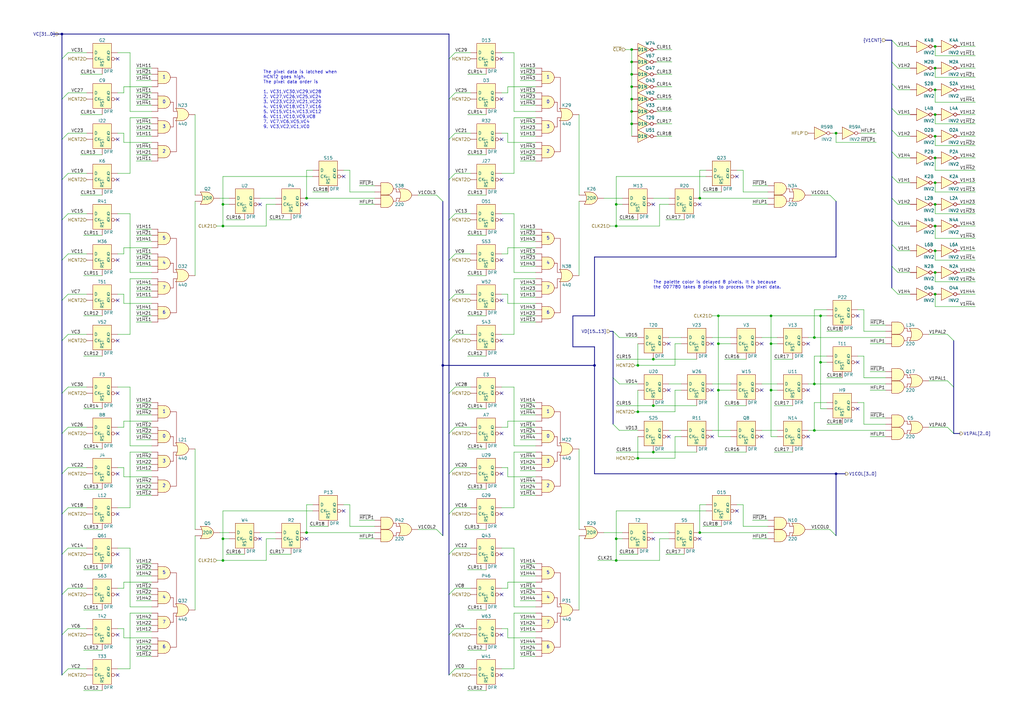
<source format=kicad_sch>
(kicad_sch (version 20231120) (generator "eeschema") (generator_version "8.0")
  (paper "A3")
  (title_block (title "Konami 007781") (date "2024-09-08"))
  (junction (at 259.08 25.4))
  (junction (at 383.54 83.82))
  (junction (at 334.01 176.53))
  (junction (at 243.84 149.86))
  (junction (at 383.54 27.94))
  (junction (at 259.08 45.72))
  (junction (at 336.55 129.54))
  (junction (at 383.54 102.87))
  (junction (at 91.44 92.71))
  (junction (at 181.61 149.86))
  (junction (at 316.23 129.54))
  (junction (at 383.54 120.65))
  (junction (at 252.73 83.82))
  (junction (at 25.4 13.97))
  (junction (at 383.54 64.77))
  (junction (at 294.64 129.54))
  (junction (at 125.73 218.44))
  (junction (at 261.62 168.91))
  (junction (at 342.9 54.61))
  (junction (at 383.54 36.83))
  (junction (at 259.08 35.56))
  (junction (at 91.44 83.82))
  (junction (at 287.02 81.28))
  (junction (at 383.54 19.05))
  (junction (at 259.08 50.8))
  (junction (at 259.08 20.32))
  (junction (at 294.64 160.02))
  (junction (at 252.73 220.98))
  (junction (at 91.44 229.87))
  (junction (at 316.23 140.97))
  (junction (at 261.62 187.96))
  (junction (at 267.97 185.42))
  (junction (at 334.01 157.48))
  (junction (at 252.73 92.71))
  (junction (at 383.54 111.76))
  (junction (at 336.55 148.59))
  (junction (at 287.02 218.44))
  (junction (at 267.97 147.32))
  (junction (at 267.97 166.37))
  (junction (at 259.08 40.64))
  (junction (at 383.54 46.99))
  (junction (at 334.01 138.43))
  (junction (at 259.08 30.48))
  (junction (at 383.54 55.88))
  (junction (at 383.54 74.93))
  (junction (at 316.23 160.02))
  (junction (at 342.9 194.31))
  (junction (at 261.62 149.86))
  (junction (at 125.73 81.28))
  (junction (at 91.44 220.98))
  (junction (at 294.64 140.97))
  (junction (at 383.54 92.71))
  (junction (at 252.73 229.87))
  (no_connect (at 140.97 209.55))
  (no_connect (at 351.79 167.64))
  (no_connect (at 205.74 73.66))
  (no_connect (at 205.74 210.82))
  (no_connect (at 48.26 90.17))
  (no_connect (at 48.26 260.35))
  (no_connect (at 48.26 123.19))
  (no_connect (at 48.26 177.8))
  (no_connect (at 106.68 83.82))
  (no_connect (at 331.47 160.02))
  (no_connect (at 312.42 160.02))
  (no_connect (at 302.26 209.55))
  (no_connect (at 274.32 160.02))
  (no_connect (at 48.26 276.86))
  (no_connect (at 351.79 129.54))
  (no_connect (at 48.26 57.15))
  (no_connect (at 302.26 72.39))
  (no_connect (at 267.97 83.82))
  (no_connect (at 140.97 72.39))
  (no_connect (at 205.74 123.19))
  (no_connect (at 205.74 24.13))
  (no_connect (at 267.97 220.98))
  (no_connect (at 125.73 83.82))
  (no_connect (at 331.47 179.07))
  (no_connect (at 292.1 160.02))
  (no_connect (at 205.74 161.29))
  (no_connect (at 274.32 140.97))
  (no_connect (at 312.42 140.97))
  (no_connect (at 292.1 140.97))
  (no_connect (at 106.68 220.98))
  (no_connect (at 48.26 161.29))
  (no_connect (at 312.42 179.07))
  (no_connect (at 205.74 227.33))
  (no_connect (at 274.32 179.07))
  (no_connect (at 205.74 260.35))
  (no_connect (at 205.74 243.84))
  (no_connect (at 351.79 148.59))
  (no_connect (at 48.26 194.31))
  (no_connect (at 205.74 106.68))
  (no_connect (at 48.26 243.84))
  (no_connect (at 287.02 220.98))
  (no_connect (at 205.74 90.17))
  (no_connect (at 48.26 106.68))
  (no_connect (at 205.74 276.86))
  (no_connect (at 48.26 40.64))
  (no_connect (at 48.26 139.7))
  (no_connect (at 292.1 179.07))
  (no_connect (at 287.02 83.82))
  (no_connect (at 48.26 73.66))
  (no_connect (at 48.26 210.82))
  (no_connect (at 331.47 140.97))
  (no_connect (at 48.26 24.13))
  (no_connect (at 205.74 177.8))
  (no_connect (at 48.26 227.33))
  (no_connect (at 205.74 40.64))
  (no_connect (at 205.74 194.31))
  (no_connect (at 205.74 139.7))
  (no_connect (at 125.73 220.98))
  (no_connect (at 205.74 57.15))
  (bus_entry (at 365.76 16.51) (size 2.54 2.54))
  (bus_entry (at 184.15 177.8) (size 2.54 -2.54))
  (bus_entry (at 179.07 80.01) (size 2.54 2.54))
  (bus_entry (at 184.15 73.66) (size 2.54 -2.54))
  (bus_entry (at 25.4 260.35) (size 2.54 -2.54))
  (bus_entry (at 25.4 139.7) (size 2.54 -2.54))
  (bus_entry (at 184.15 243.84) (size 2.54 -2.54))
  (bus_entry (at 184.15 276.86) (size 2.54 -2.54))
  (bus_entry (at 25.4 24.13) (size 2.54 -2.54))
  (bus_entry (at 25.4 57.15) (size 2.54 -2.54))
  (bus_entry (at 365.76 81.28) (size 2.54 2.54))
  (bus_entry (at 184.15 161.29) (size 2.54 -2.54))
  (bus_entry (at 388.62 175.26) (size 2.54 2.54))
  (bus_entry (at 25.4 106.68) (size 2.54 -2.54))
  (bus_entry (at 388.62 156.21) (size 2.54 2.54))
  (bus_entry (at 184.15 227.33) (size 2.54 -2.54))
  (bus_entry (at 25.4 210.82) (size 2.54 -2.54))
  (bus_entry (at 184.15 40.64) (size 2.54 -2.54))
  (bus_entry (at 365.76 100.33) (size 2.54 2.54))
  (bus_entry (at 365.76 34.29) (size 2.54 2.54))
  (bus_entry (at 25.4 194.31) (size 2.54 -2.54))
  (bus_entry (at 25.4 123.19) (size 2.54 -2.54))
  (bus_entry (at 179.07 217.17) (size 2.54 2.54))
  (bus_entry (at 184.15 123.19) (size 2.54 -2.54))
  (bus_entry (at 25.4 243.84) (size 2.54 -2.54))
  (bus_entry (at 184.15 106.68) (size 2.54 -2.54))
  (bus_entry (at 365.76 53.34) (size 2.54 2.54))
  (bus_entry (at 365.76 25.4) (size 2.54 2.54))
  (bus_entry (at 251.46 135.89) (size 2.54 2.54))
  (bus_entry (at 340.36 217.17) (size 2.54 2.54))
  (bus_entry (at 25.4 73.66) (size 2.54 -2.54))
  (bus_entry (at 365.76 44.45) (size 2.54 2.54))
  (bus_entry (at 365.76 72.39) (size 2.54 2.54))
  (bus_entry (at 184.15 260.35) (size 2.54 -2.54))
  (bus_entry (at 25.4 177.8) (size 2.54 -2.54))
  (bus_entry (at 184.15 90.17) (size 2.54 -2.54))
  (bus_entry (at 184.15 139.7) (size 2.54 -2.54))
  (bus_entry (at 184.15 57.15) (size 2.54 -2.54))
  (bus_entry (at 251.46 154.94) (size 2.54 2.54))
  (bus_entry (at 340.36 80.01) (size 2.54 2.54))
  (bus_entry (at 25.4 227.33) (size 2.54 -2.54))
  (bus_entry (at 365.76 109.22) (size 2.54 2.54))
  (bus_entry (at 25.4 161.29) (size 2.54 -2.54))
  (bus_entry (at 251.46 173.99) (size 2.54 2.54))
  (bus_entry (at 25.4 276.86) (size 2.54 -2.54))
  (bus_entry (at 184.15 210.82) (size 2.54 -2.54))
  (bus_entry (at 25.4 90.17) (size 2.54 -2.54))
  (bus_entry (at 184.15 194.31) (size 2.54 -2.54))
  (bus_entry (at 365.76 118.11) (size 2.54 2.54))
  (bus_entry (at 388.62 137.16) (size 2.54 2.54))
  (bus_entry (at 365.76 62.23) (size 2.54 2.54))
  (bus_entry (at 25.4 40.64) (size 2.54 -2.54))
  (bus_entry (at 184.15 24.13) (size 2.54 -2.54))
  (bus_entry (at 365.76 90.17) (size 2.54 2.54))
  (wire (pts (xy 292.1 176.53) (xy 299.72 176.53)))
  (wire (pts (xy 208.28 58.42) (xy 219.71 58.42)))
  (wire (pts (xy 393.7 46.99) (xy 400.05 46.99)))
  (wire (pts (xy 259.08 45.72) (xy 259.08 50.8)))
  (bus (pts (xy 25.4 123.19) (xy 25.4 139.7)))
  (wire (pts (xy 208.28 104.14) (xy 208.28 101.6)))
  (wire (pts (xy 287.02 218.44) (xy 287.02 207.01)))
  (wire (pts (xy 351.79 165.1) (xy 354.33 165.1)))
  (wire (pts (xy 353.06 54.61) (xy 359.41 54.61)))
  (wire (pts (xy 287.02 81.28) (xy 314.96 81.28)))
  (wire (pts (xy 50.8 195.58) (xy 62.23 195.58)))
  (bus (pts (xy 25.4 227.33) (xy 25.4 243.84)))
  (wire (pts (xy 55.88 53.34) (xy 62.23 53.34)))
  (wire (pts (xy 50.8 257.81) (xy 50.8 261.62)))
  (wire (pts (xy 294.64 160.02) (xy 294.64 140.97)))
  (wire (pts (xy 316.23 129.54) (xy 336.55 129.54)))
  (wire (pts (xy 125.73 218.44) (xy 153.67 218.44)))
  (wire (pts (xy 213.36 269.24) (xy 219.71 269.24)))
  (wire (pts (xy 208.28 175.26) (xy 208.28 172.72)))
  (wire (pts (xy 210.82 21.59) (xy 210.82 45.72)))
  (wire (pts (xy 317.5 185.42) (xy 325.12 185.42)))
  (wire (pts (xy 289.56 72.39) (xy 252.73 72.39)))
  (wire (pts (xy 27.94 224.79) (xy 35.56 224.79)))
  (wire (pts (xy 256.54 20.32) (xy 259.08 20.32)))
  (wire (pts (xy 93.98 83.82) (xy 91.44 83.82)))
  (wire (pts (xy 318.77 140.97) (xy 316.23 140.97)))
  (wire (pts (xy 393.7 74.93) (xy 400.05 74.93)))
  (wire (pts (xy 147.32 213.36) (xy 153.67 213.36)))
  (wire (pts (xy 27.94 274.32) (xy 35.56 274.32)))
  (wire (pts (xy 55.88 243.84) (xy 62.23 243.84)))
  (wire (pts (xy 393.7 92.71) (xy 400.05 92.71)))
  (wire (pts (xy 27.94 120.65) (xy 35.56 120.65)))
  (wire (pts (xy 270.51 220.98) (xy 270.51 229.87)))
  (wire (pts (xy 210.82 111.76) (xy 219.71 111.76)))
  (wire (pts (xy 210.82 248.92) (xy 219.71 248.92)))
  (wire (pts (xy 368.3 64.77) (xy 373.38 64.77)))
  (wire (pts (xy 147.32 220.98) (xy 153.67 220.98)))
  (wire (pts (xy 339.09 173.99) (xy 345.44 173.99)))
  (wire (pts (xy 210.82 208.28) (xy 210.82 185.42)))
  (wire (pts (xy 34.29 233.68) (xy 41.91 233.68)))
  (wire (pts (xy 383.54 50.8) (xy 400.05 50.8)))
  (wire (pts (xy 55.88 96.52) (xy 62.23 96.52)))
  (wire (pts (xy 269.24 20.32) (xy 275.59 20.32)))
  (wire (pts (xy 106.68 218.44) (xy 113.03 218.44)))
  (wire (pts (xy 191.77 200.66) (xy 199.39 200.66)))
  (bus (pts (xy 184.15 40.64) (xy 184.15 57.15)))
  (wire (pts (xy 205.74 137.16) (xy 210.82 137.16)))
  (wire (pts (xy 368.3 36.83) (xy 373.38 36.83)))
  (bus (pts (xy 363.22 16.51) (xy 365.76 16.51)))
  (wire (pts (xy 254 157.48) (xy 261.62 157.48)))
  (wire (pts (xy 53.34 114.3) (xy 53.34 137.16)))
  (wire (pts (xy 205.74 175.26) (xy 208.28 175.26)))
  (wire (pts (xy 53.34 251.46) (xy 62.23 251.46)))
  (wire (pts (xy 213.36 236.22) (xy 219.71 236.22)))
  (bus (pts (xy 342.9 105.41) (xy 243.84 105.41)))
  (wire (pts (xy 27.94 137.16) (xy 35.56 137.16)))
  (wire (pts (xy 208.28 101.6) (xy 219.71 101.6)))
  (wire (pts (xy 125.73 81.28) (xy 125.73 69.85)))
  (wire (pts (xy 269.24 50.8) (xy 275.59 50.8)))
  (wire (pts (xy 55.88 55.88) (xy 62.23 55.88)))
  (wire (pts (xy 109.22 83.82) (xy 109.22 92.71)))
  (wire (pts (xy 93.98 220.98) (xy 91.44 220.98)))
  (bus (pts (xy 184.15 24.13) (xy 184.15 40.64)))
  (bus (pts (xy 365.76 109.22) (xy 365.76 118.11)))
  (bus (pts (xy 184.15 210.82) (xy 184.15 227.33)))
  (wire (pts (xy 186.69 21.59) (xy 193.04 21.59)))
  (wire (pts (xy 292.1 129.54) (xy 294.64 129.54)))
  (wire (pts (xy 48.26 38.1) (xy 50.8 38.1)))
  (wire (pts (xy 393.7 36.83) (xy 400.05 36.83)))
  (wire (pts (xy 125.73 207.01) (xy 128.27 207.01)))
  (wire (pts (xy 213.36 55.88) (xy 219.71 55.88)))
  (wire (pts (xy 213.36 254) (xy 219.71 254)))
  (wire (pts (xy 55.88 203.2) (xy 62.23 203.2)))
  (wire (pts (xy 213.36 104.14) (xy 219.71 104.14)))
  (wire (pts (xy 208.28 54.61) (xy 208.28 58.42)))
  (wire (pts (xy 143.51 69.85) (xy 140.97 69.85)))
  (wire (pts (xy 208.28 172.72) (xy 219.71 172.72)))
  (wire (pts (xy 261.62 179.07) (xy 261.62 187.96)))
  (wire (pts (xy 191.77 184.15) (xy 199.39 184.15)))
  (wire (pts (xy 55.88 264.16) (xy 62.23 264.16)))
  (wire (pts (xy 55.88 30.48) (xy 62.23 30.48)))
  (wire (pts (xy 27.94 158.75) (xy 35.56 158.75)))
  (wire (pts (xy 316.23 140.97) (xy 316.23 129.54)))
  (wire (pts (xy 276.86 140.97) (xy 276.86 149.86)))
  (wire (pts (xy 332.74 80.01) (xy 340.36 80.01)))
  (bus (pts (xy 184.15 194.31) (xy 184.15 210.82)))
  (wire (pts (xy 213.36 96.52) (xy 219.71 96.52)))
  (bus (pts (xy 391.16 139.7) (xy 391.16 158.75)))
  (wire (pts (xy 205.74 191.77) (xy 208.28 191.77)))
  (bus (pts (xy 243.84 105.41) (xy 243.84 129.54)))
  (wire (pts (xy 354.33 127) (xy 351.79 127)))
  (bus (pts (xy 243.84 142.24) (xy 243.84 149.86)))
  (wire (pts (xy 213.36 60.96) (xy 219.71 60.96)))
  (wire (pts (xy 213.36 200.66) (xy 219.71 200.66)))
  (wire (pts (xy 205.74 38.1) (xy 208.28 38.1)))
  (wire (pts (xy 55.88 190.5) (xy 62.23 190.5)))
  (wire (pts (xy 213.36 193.04) (xy 219.71 193.04)))
  (wire (pts (xy 125.73 81.28) (xy 153.67 81.28)))
  (wire (pts (xy 213.36 38.1) (xy 219.71 38.1)))
  (wire (pts (xy 213.36 231.14) (xy 219.71 231.14)))
  (bus (pts (xy 25.4 177.8) (xy 25.4 194.31)))
  (wire (pts (xy 247.65 81.28) (xy 255.27 81.28)))
  (wire (pts (xy 205.74 241.3) (xy 208.28 241.3)))
  (wire (pts (xy 50.8 54.61) (xy 50.8 58.42)))
  (wire (pts (xy 208.28 238.76) (xy 219.71 238.76)))
  (wire (pts (xy 27.94 54.61) (xy 35.56 54.61)))
  (bus (pts (xy 342.9 82.55) (xy 342.9 105.41)))
  (bus (pts (xy 365.76 34.29) (xy 365.76 44.45)))
  (wire (pts (xy 205.74 257.81) (xy 208.28 257.81)))
  (wire (pts (xy 269.24 35.56) (xy 275.59 35.56)))
  (wire (pts (xy 55.88 170.18) (xy 62.23 170.18)))
  (wire (pts (xy 308.61 83.82) (xy 314.96 83.82)))
  (wire (pts (xy 53.34 208.28) (xy 53.34 185.42)))
  (wire (pts (xy 342.9 54.61) (xy 341.63 54.61)))
  (wire (pts (xy 48.26 208.28) (xy 53.34 208.28)))
  (wire (pts (xy 342.9 54.61) (xy 342.9 58.42)))
  (wire (pts (xy 260.35 168.91) (xy 261.62 168.91)))
  (wire (pts (xy 208.28 35.56) (xy 219.71 35.56)))
  (wire (pts (xy 191.77 167.64) (xy 199.39 167.64)))
  (wire (pts (xy 113.03 220.98) (xy 109.22 220.98)))
  (bus (pts (xy 184.15 243.84) (xy 184.15 260.35)))
  (wire (pts (xy 48.26 158.75) (xy 53.34 158.75)))
  (wire (pts (xy 50.8 101.6) (xy 62.23 101.6)))
  (wire (pts (xy 267.97 166.37) (xy 285.75 166.37)))
  (wire (pts (xy 213.36 190.5) (xy 219.71 190.5)))
  (wire (pts (xy 205.74 87.63) (xy 210.82 87.63)))
  (wire (pts (xy 34.29 129.54) (xy 41.91 129.54)))
  (wire (pts (xy 213.36 241.3) (xy 219.71 241.3)))
  (bus (pts (xy 184.15 57.15) (xy 184.15 73.66)))
  (wire (pts (xy 245.11 229.87) (xy 252.73 229.87)))
  (wire (pts (xy 213.36 66.04) (xy 219.71 66.04)))
  (wire (pts (xy 50.8 124.46) (xy 62.23 124.46)))
  (wire (pts (xy 339.09 135.89) (xy 345.44 135.89)))
  (bus (pts (xy 181.61 149.86) (xy 181.61 219.71)))
  (wire (pts (xy 331.47 138.43) (xy 334.01 138.43)))
  (wire (pts (xy 55.88 175.26) (xy 62.23 175.26)))
  (wire (pts (xy 393.7 64.77) (xy 400.05 64.77)))
  (wire (pts (xy 55.88 256.54) (xy 62.23 256.54)))
  (wire (pts (xy 274.32 176.53) (xy 279.4 176.53)))
  (wire (pts (xy 110.49 227.33) (xy 119.38 227.33)))
  (wire (pts (xy 317.5 166.37) (xy 325.12 166.37)))
  (wire (pts (xy 55.88 167.64) (xy 62.23 167.64)))
  (wire (pts (xy 274.32 83.82) (xy 270.51 83.82)))
  (wire (pts (xy 259.08 35.56) (xy 259.08 40.64)))
  (wire (pts (xy 125.73 69.85) (xy 128.27 69.85)))
  (wire (pts (xy 213.36 27.94) (xy 219.71 27.94)))
  (wire (pts (xy 143.51 207.01) (xy 140.97 207.01)))
  (wire (pts (xy 147.32 83.82) (xy 153.67 83.82)))
  (wire (pts (xy 205.74 208.28) (xy 210.82 208.28)))
  (wire (pts (xy 383.54 31.75) (xy 400.05 31.75)))
  (wire (pts (xy 50.8 191.77) (xy 50.8 195.58)))
  (wire (pts (xy 191.77 113.03) (xy 199.39 113.03)))
  (wire (pts (xy 316.23 140.97) (xy 316.23 160.02)))
  (wire (pts (xy 213.36 132.08) (xy 219.71 132.08)))
  (bus (pts (xy 365.76 16.51) (xy 365.76 25.4)))
  (wire (pts (xy 299.72 179.07) (xy 294.64 179.07)))
  (wire (pts (xy 55.88 109.22) (xy 62.23 109.22)))
  (wire (pts (xy 252.73 229.87) (xy 270.51 229.87)))
  (wire (pts (xy 48.26 257.81) (xy 50.8 257.81)))
  (wire (pts (xy 208.28 261.62) (xy 219.71 261.62)))
  (wire (pts (xy 267.97 81.28) (xy 274.32 81.28)))
  (wire (pts (xy 55.88 200.66) (xy 62.23 200.66)))
  (wire (pts (xy 213.36 53.34) (xy 219.71 53.34)))
  (wire (pts (xy 334.01 127) (xy 339.09 127)))
  (wire (pts (xy 289.56 209.55) (xy 252.73 209.55)))
  (wire (pts (xy 191.77 46.99) (xy 199.39 46.99)))
  (wire (pts (xy 368.3 102.87) (xy 373.38 102.87)))
  (wire (pts (xy 254 138.43) (xy 261.62 138.43)))
  (wire (pts (xy 356.87 179.07) (xy 363.22 179.07)))
  (wire (pts (xy 208.28 241.3) (xy 208.28 238.76)))
  (wire (pts (xy 276.86 187.96) (xy 276.86 179.07)))
  (wire (pts (xy 247.65 218.44) (xy 255.27 218.44)))
  (wire (pts (xy 287.02 207.01) (xy 289.56 207.01)))
  (wire (pts (xy 331.47 157.48) (xy 334.01 157.48)))
  (wire (pts (xy 53.34 45.72) (xy 62.23 45.72)))
  (wire (pts (xy 393.7 120.65) (xy 400.05 120.65)))
  (wire (pts (xy 294.64 129.54) (xy 294.64 140.97)))
  (wire (pts (xy 213.36 175.26) (xy 219.71 175.26)))
  (wire (pts (xy 50.8 172.72) (xy 62.23 172.72)))
  (bus (pts (xy 184.15 13.97) (xy 25.4 13.97)))
  (wire (pts (xy 128.27 78.74) (xy 134.62 78.74)))
  (wire (pts (xy 80.01 82.55) (xy 80.01 113.03)))
  (wire (pts (xy 55.88 231.14) (xy 62.23 231.14)))
  (wire (pts (xy 276.86 179.07) (xy 279.4 179.07)))
  (wire (pts (xy 260.35 187.96) (xy 261.62 187.96)))
  (wire (pts (xy 252.73 220.98) (xy 252.73 229.87)))
  (wire (pts (xy 153.67 215.9) (xy 143.51 215.9)))
  (wire (pts (xy 191.77 96.52) (xy 199.39 96.52)))
  (wire (pts (xy 356.87 133.35) (xy 363.22 133.35)))
  (wire (pts (xy 213.36 243.84) (xy 219.71 243.84)))
  (wire (pts (xy 127 215.9) (xy 134.62 215.9)))
  (wire (pts (xy 208.28 120.65) (xy 208.28 124.46)))
  (wire (pts (xy 186.69 54.61) (xy 193.04 54.61)))
  (wire (pts (xy 213.36 127) (xy 219.71 127)))
  (wire (pts (xy 80.01 219.71) (xy 80.01 250.19)))
  (wire (pts (xy 356.87 140.97) (xy 363.22 140.97)))
  (wire (pts (xy 316.23 160.02) (xy 316.23 179.07)))
  (bus (pts (xy 250.19 135.89) (xy 251.46 135.89)))
  (wire (pts (xy 306.07 147.32) (xy 297.18 147.32)))
  (wire (pts (xy 90.17 218.44) (xy 93.98 218.44)))
  (bus (pts (xy 365.76 81.28) (xy 365.76 90.17)))
  (bus (pts (xy 25.4 139.7) (xy 25.4 161.29)))
  (bus (pts (xy 342.9 194.31) (xy 346.71 194.31)))
  (wire (pts (xy 208.28 191.77) (xy 208.28 195.58)))
  (wire (pts (xy 210.82 48.26) (xy 219.71 48.26)))
  (wire (pts (xy 55.88 43.18) (xy 62.23 43.18)))
  (wire (pts (xy 259.08 20.32) (xy 259.08 25.4)))
  (wire (pts (xy 400.05 69.85) (xy 383.54 69.85)))
  (wire (pts (xy 312.42 176.53) (xy 318.77 176.53)))
  (bus (pts (xy 234.95 129.54) (xy 243.84 129.54)))
  (bus (pts (xy 184.15 260.35) (xy 184.15 276.86)))
  (wire (pts (xy 381 175.26) (xy 388.62 175.26)))
  (wire (pts (xy 213.36 203.2) (xy 219.71 203.2)))
  (wire (pts (xy 368.3 55.88) (xy 373.38 55.88)))
  (wire (pts (xy 34.29 184.15) (xy 41.91 184.15)))
  (bus (pts (xy 184.15 227.33) (xy 184.15 243.84)))
  (bus (pts (xy 342.9 194.31) (xy 342.9 219.71)))
  (wire (pts (xy 237.49 184.15) (xy 237.49 217.17)))
  (bus (pts (xy 25.4 161.29) (xy 25.4 177.8)))
  (wire (pts (xy 383.54 115.57) (xy 400.05 115.57)))
  (wire (pts (xy 128.27 72.39) (xy 91.44 72.39)))
  (wire (pts (xy 186.69 224.79) (xy 193.04 224.79)))
  (wire (pts (xy 191.77 80.01) (xy 199.39 80.01)))
  (wire (pts (xy 213.36 106.68) (xy 219.71 106.68)))
  (wire (pts (xy 354.33 154.94) (xy 363.22 154.94)))
  (wire (pts (xy 316.23 179.07) (xy 318.77 179.07)))
  (wire (pts (xy 186.69 158.75) (xy 193.04 158.75)))
  (wire (pts (xy 48.26 224.79) (xy 53.34 224.79)))
  (wire (pts (xy 55.88 66.04) (xy 62.23 66.04)))
  (wire (pts (xy 171.45 217.17) (xy 179.07 217.17)))
  (wire (pts (xy 55.88 33.02) (xy 62.23 33.02)))
  (wire (pts (xy 205.74 104.14) (xy 208.28 104.14)))
  (wire (pts (xy 55.88 246.38) (xy 62.23 246.38)))
  (wire (pts (xy 55.88 40.64) (xy 62.23 40.64)))
  (wire (pts (xy 213.36 40.64) (xy 219.71 40.64)))
  (bus (pts (xy 25.4 57.15) (xy 25.4 73.66)))
  (wire (pts (xy 191.77 63.5) (xy 199.39 63.5)))
  (wire (pts (xy 368.3 46.99) (xy 373.38 46.99)))
  (wire (pts (xy 55.88 254) (xy 62.23 254)))
  (wire (pts (xy 48.26 54.61) (xy 50.8 54.61)))
  (wire (pts (xy 153.67 78.74) (xy 143.51 78.74)))
  (wire (pts (xy 356.87 171.45) (xy 363.22 171.45)))
  (wire (pts (xy 276.86 160.02) (xy 276.86 168.91)))
  (wire (pts (xy 205.74 224.79) (xy 210.82 224.79)))
  (wire (pts (xy 55.88 116.84) (xy 62.23 116.84)))
  (wire (pts (xy 400.05 41.91) (xy 383.54 41.91)))
  (wire (pts (xy 383.54 22.86) (xy 400.05 22.86)))
  (wire (pts (xy 393.7 102.87) (xy 400.05 102.87)))
  (wire (pts (xy 186.69 87.63) (xy 193.04 87.63)))
  (bus (pts (xy 181.61 82.55) (xy 181.61 149.86)))
  (wire (pts (xy 27.94 241.3) (xy 35.56 241.3)))
  (bus (pts (xy 243.84 142.24) (xy 234.95 142.24)))
  (wire (pts (xy 55.88 193.04) (xy 62.23 193.04)))
  (wire (pts (xy 53.34 182.88) (xy 62.23 182.88)))
  (bus (pts (xy 21.59 13.97) (xy 25.4 13.97)))
  (wire (pts (xy 213.36 180.34) (xy 219.71 180.34)))
  (wire (pts (xy 53.34 111.76) (xy 62.23 111.76)))
  (bus (pts (xy 25.4 13.97) (xy 25.4 24.13)))
  (wire (pts (xy 27.94 87.63) (xy 35.56 87.63)))
  (wire (pts (xy 213.36 233.68) (xy 219.71 233.68)))
  (wire (pts (xy 237.49 46.99) (xy 237.49 80.01)))
  (wire (pts (xy 304.8 78.74) (xy 304.8 69.85)))
  (wire (pts (xy 191.77 266.7) (xy 199.39 266.7)))
  (wire (pts (xy 287.02 81.28) (xy 287.02 69.85)))
  (wire (pts (xy 252.73 209.55) (xy 252.73 220.98)))
  (wire (pts (xy 279.4 140.97) (xy 276.86 140.97)))
  (wire (pts (xy 53.34 185.42) (xy 62.23 185.42)))
  (wire (pts (xy 210.82 114.3) (xy 219.71 114.3)))
  (wire (pts (xy 304.8 69.85) (xy 302.26 69.85)))
  (wire (pts (xy 92.71 90.17) (xy 100.33 90.17)))
  (wire (pts (xy 252.73 166.37) (xy 267.97 166.37)))
  (wire (pts (xy 334.01 127) (xy 334.01 138.43)))
  (bus (pts (xy 184.15 106.68) (xy 184.15 123.19)))
  (wire (pts (xy 34.29 167.64) (xy 41.91 167.64)))
  (wire (pts (xy 33.02 46.99) (xy 41.91 46.99)))
  (bus (pts (xy 25.4 210.82) (xy 25.4 227.33)))
  (wire (pts (xy 334.01 138.43) (xy 363.22 138.43)))
  (wire (pts (xy 339.09 154.94) (xy 345.44 154.94)))
  (wire (pts (xy 368.3 92.71) (xy 373.38 92.71)))
  (wire (pts (xy 259.08 50.8) (xy 259.08 55.88)))
  (wire (pts (xy 383.54 74.93) (xy 383.54 78.74)))
  (wire (pts (xy 55.88 127) (xy 62.23 127)))
  (wire (pts (xy 273.05 227.33) (xy 280.67 227.33)))
  (wire (pts (xy 213.36 246.38) (xy 219.71 246.38)))
  (wire (pts (xy 213.36 187.96) (xy 219.71 187.96)))
  (wire (pts (xy 48.26 104.14) (xy 50.8 104.14)))
  (wire (pts (xy 147.32 76.2) (xy 153.67 76.2)))
  (wire (pts (xy 213.36 119.38) (xy 219.71 119.38)))
  (wire (pts (xy 205.74 274.32) (xy 210.82 274.32)))
  (wire (pts (xy 334.01 157.48) (xy 334.01 146.05)))
  (wire (pts (xy 213.36 43.18) (xy 219.71 43.18)))
  (wire (pts (xy 210.82 251.46) (xy 210.82 274.32)))
  (wire (pts (xy 368.3 83.82) (xy 373.38 83.82)))
  (wire (pts (xy 186.69 104.14) (xy 193.04 104.14)))
  (bus (pts (xy 184.15 73.66) (xy 184.15 90.17)))
  (wire (pts (xy 316.23 160.02) (xy 318.77 160.02)))
  (wire (pts (xy 34.29 146.05) (xy 41.91 146.05)))
  (wire (pts (xy 125.73 218.44) (xy 125.73 207.01)))
  (wire (pts (xy 342.9 58.42) (xy 359.41 58.42)))
  (wire (pts (xy 292.1 138.43) (xy 299.72 138.43)))
  (wire (pts (xy 314.96 78.74) (xy 304.8 78.74)))
  (wire (pts (xy 261.62 160.02) (xy 261.62 168.91)))
  (wire (pts (xy 205.74 54.61) (xy 208.28 54.61)))
  (wire (pts (xy 143.51 215.9) (xy 143.51 207.01)))
  (wire (pts (xy 208.28 195.58) (xy 219.71 195.58)))
  (wire (pts (xy 210.82 158.75) (xy 210.82 182.88)))
  (wire (pts (xy 50.8 120.65) (xy 50.8 124.46)))
  (wire (pts (xy 50.8 35.56) (xy 62.23 35.56)))
  (wire (pts (xy 205.74 71.12) (xy 210.82 71.12)))
  (wire (pts (xy 210.82 251.46) (xy 219.71 251.46)))
  (wire (pts (xy 237.49 82.55) (xy 237.49 113.03)))
  (wire (pts (xy 55.88 106.68) (xy 62.23 106.68)))
  (wire (pts (xy 400.05 125.73) (xy 383.54 125.73)))
  (wire (pts (xy 317.5 147.32) (xy 325.12 147.32)))
  (wire (pts (xy 55.88 27.94) (xy 62.23 27.94)))
  (wire (pts (xy 210.82 182.88) (xy 219.71 182.88)))
  (wire (pts (xy 213.36 50.8) (xy 219.71 50.8)))
  (bus (pts (xy 243.84 149.86) (xy 243.84 194.31)))
  (wire (pts (xy 294.64 129.54) (xy 316.23 129.54)))
  (wire (pts (xy 254 227.33) (xy 261.62 227.33)))
  (wire (pts (xy 269.24 40.64) (xy 275.59 40.64)))
  (wire (pts (xy 34.29 96.52) (xy 41.91 96.52)))
  (wire (pts (xy 53.34 224.79) (xy 53.34 248.92)))
  (bus (pts (xy 365.76 72.39) (xy 365.76 81.28)))
  (bus (pts (xy 243.84 194.31) (xy 342.9 194.31)))
  (wire (pts (xy 308.61 220.98) (xy 314.96 220.98)))
  (wire (pts (xy 383.54 46.99) (xy 383.54 50.8)))
  (wire (pts (xy 191.77 250.19) (xy 199.39 250.19)))
  (wire (pts (xy 27.94 104.14) (xy 35.56 104.14)))
  (wire (pts (xy 91.44 72.39) (xy 91.44 83.82)))
  (wire (pts (xy 205.74 120.65) (xy 208.28 120.65)))
  (wire (pts (xy 191.77 30.48) (xy 199.39 30.48)))
  (bus (pts (xy 181.61 149.86) (xy 243.84 149.86)))
  (wire (pts (xy 210.82 71.12) (xy 210.82 48.26)))
  (wire (pts (xy 356.87 160.02) (xy 363.22 160.02)))
  (wire (pts (xy 274.32 138.43) (xy 279.4 138.43)))
  (wire (pts (xy 33.02 80.01) (xy 41.91 80.01)))
  (wire (pts (xy 274.32 157.48) (xy 279.4 157.48)))
  (wire (pts (xy 213.36 116.84) (xy 219.71 116.84)))
  (wire (pts (xy 269.24 25.4) (xy 275.59 25.4)))
  (wire (pts (xy 55.88 177.8) (xy 62.23 177.8)))
  (wire (pts (xy 213.36 165.1) (xy 219.71 165.1)))
  (wire (pts (xy 210.82 114.3) (xy 210.82 137.16)))
  (wire (pts (xy 297.18 166.37) (xy 306.07 166.37)))
  (wire (pts (xy 210.82 224.79) (xy 210.82 248.92)))
  (bus (pts (xy 234.95 142.24) (xy 234.95 129.54)))
  (wire (pts (xy 339.09 167.64) (xy 336.55 167.64)))
  (wire (pts (xy 334.01 176.53) (xy 363.22 176.53)))
  (wire (pts (xy 53.34 71.12) (xy 53.34 48.26)))
  (bus (pts (xy 25.4 90.17) (xy 25.4 106.68)))
  (wire (pts (xy 191.77 283.21) (xy 199.39 283.21)))
  (wire (pts (xy 339.09 165.1) (xy 334.01 165.1)))
  (wire (pts (xy 294.64 179.07) (xy 294.64 160.02)))
  (wire (pts (xy 55.88 132.08) (xy 62.23 132.08)))
  (wire (pts (xy 48.26 120.65) (xy 50.8 120.65)))
  (wire (pts (xy 208.28 38.1) (xy 208.28 35.56)))
  (wire (pts (xy 259.08 25.4) (xy 259.08 30.48)))
  (wire (pts (xy 213.36 121.92) (xy 219.71 121.92)))
  (wire (pts (xy 62.23 114.3) (xy 53.34 114.3)))
  (wire (pts (xy 254 176.53) (xy 261.62 176.53)))
  (wire (pts (xy 205.74 158.75) (xy 210.82 158.75)))
  (wire (pts (xy 297.18 185.42) (xy 306.07 185.42)))
  (bus (pts (xy 365.76 100.33) (xy 365.76 109.22)))
  (bus (pts (xy 184.15 139.7) (xy 184.15 161.29)))
  (wire (pts (xy 269.24 30.48) (xy 275.59 30.48)))
  (wire (pts (xy 393.7 55.88) (xy 400.05 55.88)))
  (bus (pts (xy 184.15 24.13) (xy 184.15 13.97)))
  (wire (pts (xy 88.9 229.87) (xy 91.44 229.87)))
  (wire (pts (xy 48.26 274.32) (xy 53.34 274.32)))
  (wire (pts (xy 261.62 168.91) (xy 276.86 168.91)))
  (wire (pts (xy 351.79 146.05) (xy 354.33 146.05)))
  (wire (pts (xy 186.69 257.81) (xy 193.04 257.81)))
  (wire (pts (xy 336.55 148.59) (xy 336.55 167.64)))
  (wire (pts (xy 213.36 109.22) (xy 219.71 109.22)))
  (wire (pts (xy 383.54 19.05) (xy 383.54 22.86)))
  (wire (pts (xy 261.62 187.96) (xy 276.86 187.96)))
  (wire (pts (xy 368.3 19.05) (xy 373.38 19.05)))
  (wire (pts (xy 270.51 83.82) (xy 270.51 92.71)))
  (wire (pts (xy 383.54 41.91) (xy 383.54 36.83)))
  (wire (pts (xy 287.02 69.85) (xy 289.56 69.85)))
  (wire (pts (xy 292.1 157.48) (xy 299.72 157.48)))
  (wire (pts (xy 191.77 129.54) (xy 199.39 129.54)))
  (wire (pts (xy 269.24 45.72) (xy 275.59 45.72)))
  (wire (pts (xy 213.36 256.54) (xy 219.71 256.54)))
  (bus (pts (xy 184.15 161.29) (xy 184.15 177.8)))
  (wire (pts (xy 363.22 135.89) (xy 354.33 135.89)))
  (wire (pts (xy 55.88 187.96) (xy 62.23 187.96)))
  (wire (pts (xy 336.55 129.54) (xy 336.55 148.59)))
  (wire (pts (xy 288.29 215.9) (xy 295.91 215.9)))
  (wire (pts (xy 288.29 78.74) (xy 295.91 78.74)))
  (bus (pts (xy 25.4 73.66) (xy 25.4 90.17)))
  (wire (pts (xy 393.7 19.05) (xy 400.05 19.05)))
  (wire (pts (xy 255.27 83.82) (xy 252.73 83.82)))
  (wire (pts (xy 208.28 257.81) (xy 208.28 261.62)))
  (wire (pts (xy 55.88 266.7) (xy 62.23 266.7)))
  (wire (pts (xy 255.27 220.98) (xy 252.73 220.98)))
  (wire (pts (xy 393.7 111.76) (xy 400.05 111.76)))
  (bus (pts (xy 365.76 44.45) (xy 365.76 53.34)))
  (wire (pts (xy 186.69 241.3) (xy 193.04 241.3)))
  (wire (pts (xy 354.33 165.1) (xy 354.33 173.99)))
  (wire (pts (xy 48.26 175.26) (xy 50.8 175.26)))
  (wire (pts (xy 91.44 92.71) (xy 109.22 92.71)))
  (wire (pts (xy 332.74 217.17) (xy 340.36 217.17)))
  (wire (pts (xy 27.94 208.28) (xy 35.56 208.28)))
  (wire (pts (xy 213.36 129.54) (xy 219.71 129.54)))
  (wire (pts (xy 55.88 50.8) (xy 62.23 50.8)))
  (wire (pts (xy 106.68 81.28) (xy 113.03 81.28)))
  (wire (pts (xy 91.44 229.87) (xy 109.22 229.87)))
  (wire (pts (xy 55.88 129.54) (xy 62.23 129.54)))
  (bus (pts (xy 251.46 154.94) (xy 251.46 135.89)))
  (wire (pts (xy 190.5 217.17) (xy 199.39 217.17)))
  (wire (pts (xy 186.69 274.32) (xy 193.04 274.32)))
  (wire (pts (xy 304.8 215.9) (xy 304.8 207.01)))
  (wire (pts (xy 53.34 48.26) (xy 62.23 48.26)))
  (wire (pts (xy 50.8 58.42) (xy 62.23 58.42)))
  (wire (pts (xy 308.61 213.36) (xy 314.96 213.36)))
  (wire (pts (xy 331.47 176.53) (xy 334.01 176.53)))
  (wire (pts (xy 213.36 177.8) (xy 219.71 177.8)))
  (wire (pts (xy 274.32 220.98) (xy 270.51 220.98)))
  (wire (pts (xy 312.42 138.43) (xy 318.77 138.43)))
  (wire (pts (xy 186.69 120.65) (xy 193.04 120.65)))
  (wire (pts (xy 299.72 140.97) (xy 294.64 140.97)))
  (wire (pts (xy 55.88 259.08) (xy 62.23 259.08)))
  (wire (pts (xy 267.97 185.42) (xy 285.75 185.42)))
  (bus (pts (xy 251.46 173.99) (xy 251.46 154.94)))
  (wire (pts (xy 383.54 125.73) (xy 383.54 120.65)))
  (wire (pts (xy 50.8 238.76) (xy 62.23 238.76)))
  (wire (pts (xy 55.88 60.96) (xy 62.23 60.96)))
  (wire (pts (xy 400.05 97.79) (xy 383.54 97.79)))
  (wire (pts (xy 91.44 220.98) (xy 91.44 229.87)))
  (wire (pts (xy 55.88 233.68) (xy 62.23 233.68)))
  (bus (pts (xy 25.4 40.64) (xy 25.4 57.15)))
  (bus (pts (xy 365.76 53.34) (xy 365.76 62.23)))
  (wire (pts (xy 354.33 173.99) (xy 363.22 173.99)))
  (wire (pts (xy 171.45 80.01) (xy 179.07 80.01)))
  (wire (pts (xy 55.88 269.24) (xy 62.23 269.24)))
  (wire (pts (xy 27.94 38.1) (xy 35.56 38.1)))
  (bus (pts (xy 184.15 90.17) (xy 184.15 106.68)))
  (wire (pts (xy 186.69 175.26) (xy 193.04 175.26)))
  (wire (pts (xy 53.34 251.46) (xy 53.34 274.32)))
  (wire (pts (xy 50.8 175.26) (xy 50.8 172.72)))
  (wire (pts (xy 267.97 218.44) (xy 274.32 218.44)))
  (bus (pts (xy 25.4 194.31) (xy 25.4 210.82)))
  (wire (pts (xy 90.17 81.28) (xy 93.98 81.28)))
  (wire (pts (xy 27.94 257.81) (xy 35.56 257.81)))
  (wire (pts (xy 260.35 149.86) (xy 261.62 149.86)))
  (wire (pts (xy 27.94 21.59) (xy 35.56 21.59)))
  (wire (pts (xy 53.34 158.75) (xy 53.34 182.88)))
  (wire (pts (xy 143.51 78.74) (xy 143.51 69.85)))
  (wire (pts (xy 48.26 241.3) (xy 50.8 241.3)))
  (wire (pts (xy 80.01 184.15) (xy 80.01 217.17)))
  (wire (pts (xy 304.8 207.01) (xy 302.26 207.01)))
  (wire (pts (xy 259.08 40.64) (xy 259.08 45.72)))
  (wire (pts (xy 27.94 175.26) (xy 35.56 175.26)))
  (bus (pts (xy 391.16 177.8) (xy 393.7 177.8)))
  (wire (pts (xy 213.36 198.12) (xy 219.71 198.12)))
  (wire (pts (xy 55.88 236.22) (xy 62.23 236.22)))
  (bus (pts (xy 365.76 90.17) (xy 365.76 100.33)))
  (wire (pts (xy 252.73 72.39) (xy 252.73 83.82)))
  (wire (pts (xy 210.82 87.63) (xy 210.82 111.76)))
  (wire (pts (xy 53.34 21.59) (xy 53.34 45.72)))
  (wire (pts (xy 237.49 219.71) (xy 237.49 250.19)))
  (wire (pts (xy 213.36 167.64) (xy 219.71 167.64)))
  (wire (pts (xy 213.36 266.7) (xy 219.71 266.7)))
  (wire (pts (xy 213.36 30.48) (xy 219.71 30.48)))
  (wire (pts (xy 34.29 283.21) (xy 41.91 283.21)))
  (wire (pts (xy 383.54 55.88) (xy 383.54 59.69)))
  (wire (pts (xy 383.54 97.79) (xy 383.54 92.71)))
  (bus (pts (xy 25.4 24.13) (xy 25.4 40.64)))
  (wire (pts (xy 191.77 233.68) (xy 199.39 233.68)))
  (wire (pts (xy 55.88 104.14) (xy 62.23 104.14)))
  (wire (pts (xy 312.42 157.48) (xy 318.77 157.48)))
  (wire (pts (xy 252.73 147.32) (xy 267.97 147.32)))
  (wire (pts (xy 368.3 27.94) (xy 373.38 27.94)))
  (wire (pts (xy 33.02 30.48) (xy 41.91 30.48)))
  (wire (pts (xy 110.49 90.17) (xy 119.38 90.17)))
  (wire (pts (xy 383.54 83.82) (xy 383.54 87.63)))
  (wire (pts (xy 269.24 55.88) (xy 275.59 55.88)))
  (wire (pts (xy 259.08 30.48) (xy 259.08 35.56)))
  (wire (pts (xy 279.4 160.02) (xy 276.86 160.02)))
  (wire (pts (xy 53.34 248.92) (xy 62.23 248.92)))
  (wire (pts (xy 186.69 191.77) (xy 193.04 191.77)))
  (wire (pts (xy 213.36 99.06) (xy 219.71 99.06)))
  (wire (pts (xy 356.87 152.4) (xy 363.22 152.4)))
  (wire (pts (xy 252.73 92.71) (xy 270.51 92.71)))
  (wire (pts (xy 50.8 241.3) (xy 50.8 238.76)))
  (wire (pts (xy 48.26 71.12) (xy 53.34 71.12)))
  (wire (pts (xy 250.19 92.71) (xy 252.73 92.71)))
  (wire (pts (xy 383.54 78.74) (xy 400.05 78.74)))
  (bus (pts (xy 184.15 123.19) (xy 184.15 139.7)))
  (wire (pts (xy 254 90.17) (xy 261.62 90.17)))
  (wire (pts (xy 287.02 218.44) (xy 314.96 218.44)))
  (wire (pts (xy 213.36 264.16) (xy 219.71 264.16)))
  (wire (pts (xy 186.69 71.12) (xy 193.04 71.12)))
  (wire (pts (xy 113.03 83.82) (xy 109.22 83.82)))
  (wire (pts (xy 205.74 21.59) (xy 210.82 21.59)))
  (wire (pts (xy 50.8 261.62) (xy 62.23 261.62)))
  (wire (pts (xy 368.3 111.76) (xy 373.38 111.76)))
  (wire (pts (xy 109.22 220.98) (xy 109.22 229.87)))
  (bus (pts (xy 184.15 177.8) (xy 184.15 194.31)))
  (wire (pts (xy 91.44 83.82) (xy 91.44 92.71)))
  (wire (pts (xy 334.01 157.48) (xy 363.22 157.48)))
  (wire (pts (xy 128.27 209.55) (xy 91.44 209.55)))
  (wire (pts (xy 261.62 140.97) (xy 261.62 149.86)))
  (wire (pts (xy 213.36 63.5) (xy 219.71 63.5)))
  (wire (pts (xy 393.7 83.82) (xy 400.05 83.82)))
  (wire (pts (xy 34.29 266.7) (xy 41.91 266.7)))
  (wire (pts (xy 213.36 259.08) (xy 219.71 259.08)))
  (wire (pts (xy 48.26 87.63) (xy 53.34 87.63)))
  (wire (pts (xy 261.62 149.86) (xy 276.86 149.86)))
  (wire (pts (xy 252.73 185.42) (xy 267.97 185.42)))
  (wire (pts (xy 55.88 99.06) (xy 62.23 99.06)))
  (wire (pts (xy 339.09 148.59) (xy 336.55 148.59)))
  (wire (pts (xy 48.26 21.59) (xy 53.34 21.59)))
  (wire (pts (xy 368.3 120.65) (xy 373.38 120.65)))
  (wire (pts (xy 208.28 124.46) (xy 219.71 124.46)))
  (wire (pts (xy 50.8 104.14) (xy 50.8 101.6)))
  (wire (pts (xy 210.82 45.72) (xy 219.71 45.72)))
  (wire (pts (xy 213.36 33.02) (xy 219.71 33.02)))
  (wire (pts (xy 80.01 46.99) (xy 80.01 80.01)))
  (wire (pts (xy 88.9 92.71) (xy 91.44 92.71)))
  (wire (pts (xy 252.73 83.82) (xy 252.73 92.71)))
  (bus (pts (xy 365.76 25.4) (xy 365.76 34.29)))
  (wire (pts (xy 55.88 121.92) (xy 62.23 121.92)))
  (wire (pts (xy 186.69 137.16) (xy 193.04 137.16)))
  (wire (pts (xy 314.96 215.9) (xy 304.8 215.9)))
  (wire (pts (xy 383.54 69.85) (xy 383.54 64.77)))
  (wire (pts (xy 191.77 146.05) (xy 199.39 146.05)))
  (wire (pts (xy 34.29 217.17) (xy 41.91 217.17)))
  (wire (pts (xy 91.44 209.55) (xy 91.44 220.98)))
  (wire (pts (xy 55.88 93.98) (xy 62.23 93.98)))
  (wire (pts (xy 53.34 87.63) (xy 53.34 111.76)))
  (wire (pts (xy 33.02 63.5) (xy 41.91 63.5)))
  (wire (pts (xy 383.54 59.69) (xy 400.05 59.69)))
  (wire (pts (xy 50.8 38.1) (xy 50.8 35.56)))
  (wire (pts (xy 34.29 113.03) (xy 41.91 113.03)))
  (wire (pts (xy 354.33 135.89) (xy 354.33 127)))
  (wire (pts (xy 55.88 180.34) (xy 62.23 180.34)))
  (wire (pts (xy 55.88 241.3) (xy 62.23 241.3)))
  (wire (pts (xy 334.01 146.05) (xy 339.09 146.05)))
  (bus (pts (xy 391.16 158.75) (xy 391.16 177.8)))
  (wire (pts (xy 48.26 137.16) (xy 53.34 137.16)))
  (wire (pts (xy 299.72 160.02) (xy 294.64 160.02)))
  (bus (pts (xy 365.76 62.23) (xy 365.76 72.39)))
  (wire (pts (xy 308.61 76.2) (xy 314.96 76.2)))
  (wire (pts (xy 55.88 198.12) (xy 62.23 198.12)))
  (bus (pts (xy 25.4 106.68) (xy 25.4 123.19)))
  (wire (pts (xy 55.88 165.1) (xy 62.23 165.1)))
  (wire (pts (xy 34.29 200.66) (xy 41.91 200.66)))
  (wire (pts (xy 381 137.16) (xy 388.62 137.16)))
  (wire (pts (xy 381 156.21) (xy 388.62 156.21)))
  (wire (pts (xy 393.7 27.94) (xy 400.05 27.94)))
  (wire (pts (xy 383.54 111.76) (xy 383.54 115.57)))
  (wire (pts (xy 383.54 27.94) (xy 383.54 31.75)))
  (wire (pts (xy 334.01 165.1) (xy 334.01 176.53)))
  (wire (pts (xy 383.54 102.87) (xy 383.54 106.68)))
  (wire (pts (xy 210.82 185.42) (xy 219.71 185.42)))
  (wire (pts (xy 213.36 170.18) (xy 219.71 170.18)))
  (wire (pts (xy 213.36 93.98) (xy 219.71 93.98)))
  (wire (pts (xy 336.55 129.54) (xy 339.09 129.54)))
  (wire (pts (xy 273.05 90.17) (xy 280.67 90.17)))
  (wire (pts (xy 27.94 71.12) (xy 35.56 71.12)))
  (wire (pts (xy 383.54 87.63) (xy 400.05 87.63)))
  (wire (pts (xy 92.71 227.33) (xy 100.33 227.33)))
  (wire (pts (xy 186.69 38.1) (xy 193.04 38.1)))
  (wire (pts (xy 186.69 208.28) (xy 193.04 208.28)))
  (wire (pts (xy 48.26 191.77) (xy 50.8 191.77)))
  (bus (pts (xy 25.4 260.35) (xy 25.4 276.86)))
  (wire (pts (xy 354.33 146.05) (xy 354.33 154.94)))
  (wire (pts (xy 55.88 38.1) (xy 62.23 38.1)))
  (bus (pts (xy 25.4 243.84) (xy 25.4 260.35)))
  (wire (pts (xy 368.3 74.93) (xy 373.38 74.93)))
  (wire (pts (xy 34.29 250.19) (xy 41.91 250.19)))
  (wire (pts (xy 27.94 191.77) (xy 35.56 191.77)))
  (wire (pts (xy 383.54 106.68) (xy 400.05 106.68)))
  (wire (pts (xy 267.97 147.32) (xy 285.75 147.32)))
  (wire (pts (xy 55.88 63.5) (xy 62.23 63.5)))
  (wire (pts (xy 55.88 119.38) (xy 62.23 119.38)))
  (text "6" (at 67.31 265.43 0) (effects (font (size 1.27 1.27))))
  (text "0" (at 224.79 41.91 0) (effects (font (size 1.27 1.27))))
  (text "6" (at 67.31 128.27 0) (effects (font (size 1.27 1.27))))
  (text "5" (at 224.79 234.95 0) (effects (font (size 1.27 1.27))))
  (text "4" (at 224.79 245.11 0) (effects (font (size 1.27 1.27))))
  (text "3" (at 224.79 189.23 0) (effects (font (size 1.27 1.27))))
  (text "7" (at 224.79 118.11 0) (effects (font (size 1.27 1.27))))
  (text "5" (at 224.79 97.79 0) (effects (font (size 1.27 1.27))))
  (text "3" (at 67.31 52.07 0) (effects (font (size 1.27 1.27))))
  (text "5" (at 67.31 234.95 0) (effects (font (size 1.27 1.27))))
  (text "7" (at 67.31 118.11 0) (effects (font (size 1.27 1.27))))
  (text "1" (at 67.31 168.91 0) (effects (font (size 1.27 1.27))))
  (text "0" (at 67.31 41.91 0) (effects (font (size 1.27 1.27))))
  (text "0" (at 67.31 179.07 0) (effects (font (size 1.27 1.27))))
  (text "7" (at 67.31 255.27 0) (effects (font (size 1.27 1.27))))
  (text "4" (at 67.31 107.95 0) (effects (font (size 1.27 1.27))))
  (text "0" (at 224.79 179.07 0) (effects (font (size 1.27 1.27))))
  (text "2" (at 67.31 62.23 0) (effects (font (size 1.27 1.27))))
  (text "1" (at 224.79 31.75 0) (effects (font (size 1.27 1.27))))
  (text "1" (at 67.31 31.75 0) (effects (font (size 1.27 1.27))))
  (text "2" (at 67.31 199.39 0) (effects (font (size 1.27 1.27))))
  (text "1" (at 224.79 168.91 0) (effects (font (size 1.27 1.27))))
  (text "2" (at 224.79 199.39 0) (effects (font (size 1.27 1.27))))
  (text "5" (at 67.31 97.79 0) (effects (font (size 1.27 1.27))))
  (text "4" (at 224.79 107.95 0) (effects (font (size 1.27 1.27))))
  (text "4" (at 67.31 245.11 0) (effects (font (size 1.27 1.27))))
  (text "2" (at 224.79 62.23 0) (effects (font (size 1.27 1.27))))
  (text "7" (at 224.79 255.27 0) (effects (font (size 1.27 1.27))))
  (text "3" (at 224.79 52.07 0) (effects (font (size 1.27 1.27))))
  (text "6" (at 224.79 265.43 0) (effects (font (size 1.27 1.27))))
  (text "6" (at 224.79 128.27 0) (effects (font (size 1.27 1.27))))
  (text "The palette color is delayed 8 pixels. It is because\nthe 007780 takes 8 pixels to process the pixel data." (at 267.97 116.84 0) (effects (font (size 1.27 1.27)) (justify left)))
  (text "3" (at 67.31 189.23 0) (effects (font (size 1.27 1.27))))
  (text "The pixel data is latched when\nHCNT2 goes high.\nThe pixel data order is\n\n1. VC31,VC30,VC29,VC28\n2. VC27,VC26,VC25,VC24\n3. VC23,VC22,VC21,VC20\n4. VC19,VC18,VC17,VC16\n5. VC15,VC14,VC13,VC12\n6. VC11,VC10,VC9,VC8\n7. VC7,VC6,VC5,VC4\n9. VC3,VC2,VC1,VC0\n " (at 107.95 41.91 0) (effects (font (size 1.27 1.27)) (justify left)))
  (label "V1~{H4}2" (at 55.88 187.96 0))
  (label "V1~{H2}2" (at 55.88 167.64 0))
  (label "V1H14" (at 393.7 102.87 0))
  (label "V1~{H1}4" (at 393.7 106.68 0))
  (label "CLR17" (at 317.5 185.42 0))
  (label "V1~{H4}4" (at 213.36 187.96 0))
  (label "VC30" (at 29.21 158.75 0))
  (label "V1H11" (at 55.88 55.88 0))
  (label "V1~{H1}1" (at 55.88 66.04 0))
  (label "V1~{H4}4" (at 213.36 170.18 0))
  (label "V1~{H4}2" (at 55.88 170.18 0))
  (label "V1H41" (at 55.88 127 0))
  (label "CLR13" (at 34.29 200.66 0))
  (label "V1~{H4}3" (at 213.36 60.96 0))
  (label "V1~{H1}4" (at 213.36 269.24 0))
  (label "V1~{H1}2" (at 55.88 175.26 0))
  (label "V1H2" (at 368.3 111.76 0))
  (label "CLR15" (at 269.24 40.64 0))
  (label "~{HFLP}1" (at 308.61 76.2 0))
  (label "VC28" (at 186.69 158.75 0))
  (label "VC8" (at 186.69 241.3 0))
  (label "HFLP1" (at 147.32 220.98 0))
  (label "V1H44" (at 393.7 120.65 0))
  (label "VC26" (at 29.21 175.26 0))
  (label "VC29" (at 186.69 21.59 0))
  (label "VC22" (at 29.21 191.77 0))
  (label "V1H44" (at 213.36 254 0))
  (label "CLR12" (at 191.77 129.54 0))
  (label "V1~{H4}4" (at 213.36 198.12 0))
  (label "V1H4" (at 368.3 64.77 0))
  (label "~{HFLP}1" (at 353.06 58.42 0))
  (label "CLR12" (at 191.77 146.05 0))
  (label "V1PAL2" (at 381 137.16 0))
  (label "V1~{H4}2" (at 55.88 198.12 0))
  (label "V1~{H2}4" (at 213.36 233.68 0))
  (label "V1H13" (at 213.36 121.92 0))
  (label "V1H43" (at 393.7 92.71 0))
  (label "V1H22" (at 393.7 55.88 0))
  (label "V1H2" (at 368.3 55.88 0))
  (label "V1H24" (at 213.36 256.54 0))
  (label "CLR18" (at 288.29 215.9 0))
  (label "~{HFLP}1" (at 356.87 152.4 0))
  (label "V1H13" (at 213.36 55.88 0))
  (label "CLR13" (at 34.29 217.17 0))
  (label "CLR16" (at 254 227.33 0))
  (label "V1~{H2}1" (at 393.7 31.75 0))
  (label "VC5" (at 186.69 120.65 0))
  (label "VD14" (at 256.54 157.48 0))
  (label "V1~{H1}4" (at 213.36 175.26 0))
  (label "V1PAL1" (at 381 156.21 0))
  (label "V1H1" (at 368.3 74.93 0))
  (label "CLR18" (at 339.09 135.89 0))
  (label "V1~{H2}3" (at 213.36 96.52 0))
  (label "V1~{H2}4" (at 213.36 243.84 0))
  (label "V1H42" (at 55.88 246.38 0))
  (label "CLR18" (at 339.09 154.94 0))
  (label "V1H24" (at 213.36 200.66 0))
  (label "V1H21" (at 393.7 27.94 0))
  (label "CLR14" (at 191.77 184.15 0))
  (label "V1H21" (at 55.88 119.38 0))
  (label "V1H22" (at 55.88 266.7 0))
  (label "VC25" (at 186.69 38.1 0))
  (label "V1H23" (at 213.36 129.54 0))
  (label "CLR12" (at 34.29 266.7 0))
  (label "V1H44" (at 213.36 246.38 0))
  (label "V1H43" (at 213.36 109.22 0))
  (label "V1~{H4}3" (at 393.7 97.79 0))
  (label "V1~{H4}1" (at 393.7 41.91 0))
  (label "~{HFLP}1" (at 147.32 213.36 0))
  (label "V1~{H4}3" (at 213.36 50.8 0))
  (label "~{HFLP}1" (at 308.61 213.36 0))
  (label "V1~{H1}4" (at 213.36 203.2 0))
  (label "V1H23" (at 213.36 53.34 0))
  (label "CLR12" (at 34.29 283.21 0))
  (label "CLR14" (at 191.77 167.64 0))
  (label "VC3" (at 29.21 137.16 0))
  (label "V1H41" (at 55.88 116.84 0))
  (label "V1~{H4}3" (at 213.36 33.02 0))
  (label "V1H22" (at 55.88 190.5 0))
  (label "V1H23" (at 213.36 119.38 0))
  (label "V1H12" (at 55.88 231.14 0))
  (label "CLR11" (at 34.29 250.19 0))
  (label "CLR17" (at 273.05 90.17 0))
  (label "VC23" (at 29.21 54.61 0))
  (label "VC19" (at 29.21 71.12 0))
  (label "CLR15" (at 252.73 185.42 0))
  (label "V1H13" (at 213.36 27.94 0))
  (label "V1H21" (at 55.88 63.5 0))
  (label "V1H23" (at 213.36 63.5 0))
  (label "V1~{H4}1" (at 55.88 33.02 0))
  (label "VC12" (at 186.69 224.79 0))
  (label "V1H4" (at 368.3 120.65 0))
  (label "HFLP1" (at 356.87 179.07 0))
  (label "VC9" (at 186.69 104.14 0))
  (label "V1H12" (at 55.88 165.1 0))
  (label "VC1" (at 186.69 137.16 0))
  (label "V1H4" (at 368.3 36.83 0))
  (label "V1~{H1}2" (at 55.88 241.3 0))
  (label "VC6" (at 29.21 257.81 0))
  (label "V1~{H2}2" (at 55.88 177.8 0))
  (label "V1PAL0" (at 381 175.26 0))
  (label "V1H42" (at 393.7 64.77 0))
  (label "CLR14" (at 34.29 184.15 0))
  (label "V1H22" (at 55.88 256.54 0))
  (label "V1H14" (at 213.36 193.04 0))
  (label "CLR13" (at 191.77 80.01 0))
  (label "CLR13" (at 190.5 217.17 0))
  (label "CLR17" (at 317.5 147.32 0))
  (label "V1~{H1}1" (at 393.7 22.86 0))
  (label "V1~{H1}4" (at 213.36 241.3 0))
  (label "V1~{H1}3" (at 213.36 38.1 0))
  (label "V1~{H2}3" (at 213.36 106.68 0))
  (label "VC24" (at 186.69 175.26 0))
  (label "V1~{H2}2" (at 393.7 59.69 0))
  (label "V1~{H2}1" (at 55.88 106.68 0))
  (label "V1H14" (at 213.36 165.1 0))
  (label "VC10" (at 29.21 241.3 0))
  (label "V1H22" (at 55.88 200.66 0))
  (label "V1~{H1}1" (at 55.88 104.14 0))
  (label "V1H44" (at 213.36 264.16 0))
  (label "V1H11" (at 393.7 19.05 0))
  (label "CLR13" (at 191.77 200.66 0))
  (label "V1H24" (at 393.7 111.76 0))
  (label "V1H12" (at 393.7 46.99 0))
  (label "CLR18" (at 269.24 55.88 0))
  (label "CLR11" (at 269.24 20.32 0))
  (label "V1H24" (at 213.36 266.7 0))
  (label "CLR11" (at 34.29 96.52 0))
  (label "V1COL0" (at 332.74 217.17 0))
  (label "CLR15" (at 252.73 147.32 0))
  (label "V1~{H4}3" (at 213.36 43.18 0))
  (label "V1~{H4}1" (at 55.88 60.96 0))
  (label "V1H42" (at 55.88 264.16 0))
  (label "CLR11" (at 191.77 233.68 0))
  (label "CLR13" (at 191.77 63.5 0))
  (label "V1~{H1}3" (at 213.36 104.14 0))
  (label "V1~{H1}3" (at 393.7 78.74 0))
  (label "VC31" (at 29.21 21.59 0))
  (label "V1H11" (at 55.88 121.92 0))
  (label "V1~{H2}2" (at 55.88 243.84 0))
  (label "V1~{H2}4" (at 213.36 167.64 0))
  (label "CLR17" (at 269.24 50.8 0))
  (label "V1H24" (at 213.36 190.5 0))
  (label "CLR15" (at 252.73 166.37 0))
  (label "~{HFLP}1" (at 356.87 133.35 0))
  (label "V1~{H4}2" (at 393.7 69.85 0))
  (label "VC7" (at 29.21 120.65 0))
  (label "V1H14" (at 213.36 259.08 0))
  (label "V1H1" (at 368.3 46.99 0))
  (label "CLR18" (at 128.27 78.74 0))
  (label "V1H4" (at 368.3 92.71 0))
  (label "VC13" (at 186.69 87.63 0))
  (label "V1~{H1}1" (at 55.88 38.1 0))
  (label "V1H2" (at 368.3 83.82 0))
  (label "HFLP1" (at 147.32 83.82 0))
  (label "V1H42" (at 55.88 236.22 0))
  (label "CLR18" (at 127 215.9 0))
  (label "V1COL1" (at 332.74 80.01 0))
  (label "V1~{H4}4" (at 393.7 125.73 0))
  (label "CLK21" (at 245.11 229.87 0))
  (label "V1~{H4}4" (at 213.36 180.34 0))
  (label "CLR12" (at 191.77 266.7 0))
  (label "CLR17" (at 110.49 90.17 0))
  (label "V1H12" (at 55.88 259.08 0))
  (label "~{HFLP}1" (at 356.87 171.45 0))
  (label "CLR16" (at 297.18 166.37 0))
  (label "V1~{H1}2" (at 55.88 203.2 0))
  (label "CLR17" (at 110.49 227.33 0))
  (label "V1H14" (at 213.36 231.14 0))
  (label "CLR13" (at 33.02 80.01 0))
  (label "CLR16" (at 297.18 185.42 0))
  (label "V1H11" (at 55.88 93.98 0))
  (label "CLR14" (at 33.02 46.99 0))
  (label "V1H12" (at 55.88 193.04 0))
  (label "HFLP1" (at 356.87 160.02 0))
  (label "VC16" (at 186.69 208.28 0))
  (label "V1H41" (at 393.7 36.83 0))
  (label "V1H43" (at 213.36 127 0))
  (label "CLR16" (at 92.71 90.17 0))
  (label "CLR18" (at 288.29 78.74 0))
  (label "V1H23" (at 393.7 83.82 0))
  (label "VC21" (at 186.69 54.61 0))
  (label "V1~{H1}3" (at 213.36 66.04 0))
  (label "CLR11" (at 191.77 250.19 0))
  (label "CLR12" (at 191.77 283.21 0))
  (label "V1~{H1}3" (at 213.36 132.08 0))
  (label "V1~{H2}4" (at 213.36 177.8 0))
  (label "CLR16" (at 297.18 147.32 0))
  (label "V1~{H1}2" (at 393.7 50.8 0))
  (label "CLR14" (at 34.29 167.64 0))
  (label "V1COL3" (at 171.45 80.01 0))
  (label "V1~{H2}3" (at 213.36 30.48 0))
  (label "CLR11" (at 191.77 96.52 0))
  (label "HFLP1" (at 356.87 140.97 0))
  (label "V1~{H2}1" (at 55.88 96.52 0))
  (label "CLR16" (at 92.71 227.33 0))
  (label "CLR13" (at 269.24 30.48 0))
  (label "VC20" (at 186.69 191.77 0))
  (label "~{HFLP}1" (at 147.32 76.2 0))
  (label "VC15" (at 29.21 87.63 0))
  (label "V1H13" (at 393.7 74.93 0))
  (label "V1H44" (at 213.36 236.22 0))
  (label "CLR16" (at 269.24 45.72 0))
  (label "VD13" (at 256.54 176.53 0))
  (label "V1~{H2}2" (at 55.88 233.68 0))
  (label "VC27" (at 29.21 38.1 0))
  (label "V1H1" (at 368.3 19.05 0))
  (label "VC4" (at 186.69 257.81 0))
  (label "V1H2" (at 368.3 27.94 0))
  (label "CLR16" (at 254 90.17 0))
  (label "V1H11" (at 55.88 27.94 0))
  (label "CLR14" (at 191.77 30.48 0))
  (label "CLR14" (at 191.77 46.99 0))
  (label "HFLP1" (at 308.61 83.82 0))
  (label "CLR18" (at 339.09 173.99 0))
  (label "VC18" (at 29.21 208.28 0))
  (label "CLR12" (at 34.29 146.05 0))
  (label "CLR11" (at 34.29 233.68 0))
  (label "V1~{H4}1" (at 55.88 43.18 0))
  (label "V1H41" (at 55.88 99.06 0))
  (label "V1COL2" (at 171.45 217.17 0))
  (label "VC17" (at 186.69 71.12 0))
  (label "V1H43" (at 213.36 116.84 0))
  (label "V1H1" (at 368.3 102.87 0))
  (label "V1~{H2}3" (at 393.7 87.63 0))
  (label "V1~{H4}2" (at 55.88 180.34 0))
  (label "CLR14" (at 33.02 30.48 0))
  (label "CLR13" (at 33.02 63.5 0))
  (label "V1~{H2}1" (at 55.88 40.64 0))
  (label "CLR17" (at 317.5 166.37 0))
  (label "VC2" (at 29.21 274.32 0))
  (label "V1~{H2}3" (at 213.36 40.64 0))
  (label "V1H21" (at 55.88 53.34 0))
  (label "V1H42" (at 55.88 254 0))
  (label "V1H13" (at 213.36 93.98 0))
  (label "V1~{H2}4" (at 393.7 115.57 0))
  (label "VC0" (at 186.69 274.32 0))
  (label "V1~{H1}1" (at 55.88 132.08 0))
  (label "VC11" (at 29.21 104.14 0))
  (label "V1H43" (at 213.36 99.06 0))
  (label "V1~{H4}1" (at 55.88 50.8 0))
  (label "CLR11" (at 34.29 113.03 0))
  (label "VD15" (at 256.54 138.43 0))
  (label "V1H41" (at 55.88 109.22 0))
  (label "CLR17" (at 273.05 227.33 0))
  (label "V1~{H1}2" (at 55.88 269.24 0))
  (label "CLR12" (at 269.24 25.4 0))
  (label "V1~{H2}1" (at 55.88 30.48 0))
  (label "HFLP1" (at 353.06 54.61 0))
  (label "CLR14" (at 269.24 35.56 0))
  (label "V1H21" (at 55.88 129.54 0))
  (label "VC14" (at 29.21 224.79 0))
  (label "HFLP1" (at 308.61 220.98 0))
  (label "CLR11" (at 191.77 113.03 0))
  (label "CLR12" (at 34.29 129.54 0))
  (hierarchical_label "HCNT2" (shape input) (at 35.56 24.13 180))
  (hierarchical_label "HCNT2" (shape input) (at 35.56 210.82 180))
  (hierarchical_label "HCNT2" (shape input) (at 193.04 276.86 180))
  (hierarchical_label "HCNT2" (shape input) (at 35.56 139.7 180))
  (hierarchical_label "HCNT2" (shape input) (at 260.35 168.91 180))
  (hierarchical_label "CLK21" (shape input) (at 88.9 229.87 180))
  (hierarchical_label "HCNT2" (shape input) (at 193.04 194.31 180))
  (hierarchical_label "VC[31..0]" (shape input) (at 24.13 13.97 180))
  (hierarchical_label "HCNT2" (shape input) (at 193.04 90.17 180))
  (hierarchical_label "{V1CNT}" (shape input) (at 363.22 16.51 180))
  (hierarchical_label "HCNT2" (shape input) (at 193.04 123.19 180))
  (hierarchical_label "V1PAL[2..0]" (shape output) (at 393.7 177.8 0))
  (hierarchical_label "CLK21" (shape input) (at 88.9 92.71 180))
  (hierarchical_label "HCNT2" (shape input) (at 193.04 40.64 180))
  (hierarchical_label "HCNT2" (shape input) (at 193.04 243.84 180))
  (hierarchical_label "HCNT2" (shape input) (at 193.04 210.82 180))
  (hierarchical_label "HCNT2" (shape input) (at 35.56 161.29 180))
  (hierarchical_label "VD[15..13]" (shape input) (at 250.19 135.89 180))
  (hierarchical_label "HCNT2" (shape input) (at 193.04 106.68 180))
  (hierarchical_label "HCNT2" (shape input) (at 193.04 161.29 180))
  (hierarchical_label "HCNT2" (shape input) (at 193.04 24.13 180))
  (hierarchical_label "HCNT2" (shape input) (at 193.04 139.7 180))
  (hierarchical_label "~{CLR}" (shape input) (at 256.54 20.32 180))
  (hierarchical_label "CLK21" (shape input) (at 292.1 129.54 180))
  (hierarchical_label "HCNT2" (shape input) (at 35.56 227.33 180))
  (hierarchical_label "CLK21" (shape input) (at 250.19 92.71 180))
  (hierarchical_label "HCNT2" (shape input) (at 35.56 40.64 180))
  (hierarchical_label "HCNT2" (shape input) (at 193.04 227.33 180))
  (hierarchical_label "V1COL[3..0]" (shape output) (at 346.71 194.31 0))
  (hierarchical_label "HFLP'" (shape input) (at 331.47 54.61 180))
  (hierarchical_label "HCNT2" (shape input) (at 35.56 123.19 180))
  (hierarchical_label "HCNT2" (shape input) (at 193.04 177.8 180))
  (hierarchical_label "HCNT2" (shape input) (at 193.04 260.35 180))
  (hierarchical_label "HCNT2" (shape input) (at 35.56 276.86 180))
  (hierarchical_label "HCNT2" (shape input) (at 193.04 57.15 180))
  (hierarchical_label "HCNT2" (shape input) (at 35.56 243.84 180))
  (hierarchical_label "HCNT2" (shape input) (at 260.35 187.96 180))
  (hierarchical_label "HCNT2" (shape input) (at 35.56 57.15 180))
  (hierarchical_label "HCNT2" (shape input) (at 35.56 73.66 180))
  (hierarchical_label "HCNT2" (shape input) (at 35.56 106.68 180))
  (hierarchical_label "HCNT2" (shape input) (at 35.56 194.31 180))
  (hierarchical_label "HCNT2" (shape input) (at 35.56 90.17 180))
  (hierarchical_label "HCNT2" (shape input) (at 35.56 260.35 180))
  (hierarchical_label "HCNT2" (shape input) (at 193.04 73.66 180))
  (hierarchical_label "HCNT2" (shape input) (at 35.56 177.8 180))
  (hierarchical_label "HCNT2" (shape input) (at 260.35 149.86 180))
  (symbol (lib_id "ga_oki_msm70v0000:D1N") (at 264.16 35.56 0) (unit 1)
    (property "Reference" "O43" (at 266.7 33.02 0))
    (property "Value" "D1N" (at 263.525 35.56 0))
    (property "Description" "Internal invert driver -1" (effects (hide yes)))
  )
  (symbol (lib_id "ga_oki_msm70v0000:DFR") (at 41.91 176.53 0) (unit 1)
    (property "Reference" "B8" (at 41.91 170.18 0))
    (property "Value" "DFR" (at 44.45 182.88 0))
    (property "Description" "D-type flip flop with reset" (effects (hide yes)))
  )
  (symbol (lib_id "ga_oki_msm70v0000:INV2") (at 388.62 111.76 0) (unit 1)
    (property "Reference" "N2" (at 391.16 109.22 0))
    (property "Value" "INV2" (at 391.16 114.3 0))
    (property "Description" "dual invert gates" (effects (hide yes)))
  )
  (symbol (lib_id "ga_oki_msm70v0000:DFR") (at 306.07 177.8 0) (unit 1)
    (property "Reference" "Q8" (at 306.07 171.45 0))
    (property "Value" "DFR" (at 308.61 184.15 0))
    (property "Description" "D-type flip flop with reset" (effects (hide yes)))
  )
  (symbol (lib_id "ga_oki_msm70v0000:2OR") (at 242.57 218.44 0) (unit 1)
    (property "Reference" "R29" (at 242.57 214.63 0))
    (property "Value" "2OR" (at 242.57 218.44 0))
    (property "Description" "2-input OR gate" (effects (hide yes)))
  )
  (symbol (lib_id "ga_oki_msm70v0000:DFR") (at 325.12 158.75 0) (unit 1)
    (property "Reference" "U11" (at 325.12 152.4 0))
    (property "Value" "DFR" (at 327.66 165.1 0))
    (property "Description" "D-type flip flop with reset" (effects (hide yes)))
  )
  (symbol (lib_id "ga_oki_msm70v0000:INV2") (at 388.62 92.71 0) (unit 1)
    (property "Reference" "N4" (at 391.16 90.17 0))
    (property "Value" "INV2" (at 391.16 95.25 0))
    (property "Description" "dual invert gates" (effects (hide yes)))
  )
  (symbol (lib_id "ga_oki_msm70v0000:DFR") (at 134.62 208.28 0) (unit 1)
    (property "Reference" "P13" (at 134.62 201.93 0))
    (property "Value" "DFR" (at 137.16 214.63 0))
    (property "Description" "D-type flip flop with reset" (effects (hide yes)))
  )
  (symbol (lib_id "ga_oki_msm70v0000:INV2") (at 378.46 92.71 0) (unit 2)
    (property "Reference" "N4" (at 381 90.17 0))
    (property "Value" "INV2" (at 381 95.25 0))
    (property "Description" "dual invert gates" (effects (hide yes)))
  )
  (symbol (lib_id "ga_oki_msm70v0000:440") (at 71.12 113.03 0) (unit 1)
    (property "Reference" "O32" (at 74.93 109.22 0))
    (property "Value" "440" (at 74.93 116.84 0))
    (property "Description" "4-input 4-wide AND-OR gate" (effects (hide yes)))
  )
  (symbol (lib_id "ga_oki_msm70v0000:DFR") (at 306.07 158.75 0) (unit 1)
    (property "Reference" "W15" (at 306.07 152.4 0))
    (property "Value" "DFR" (at 308.61 165.1 0))
    (property "Description" "D-type flip flop with reset" (effects (hide yes)))
  )
  (symbol (lib_id "ga_oki_msm70v0000:INV2") (at 336.55 54.61 0) (unit 2)
    (property "Reference" "R59" (at 339.09 52.07 0))
    (property "Value" "INV2" (at 339.09 57.15 0))
    (property "Description" "dual invert gates" (effects (hide yes)))
  )
  (symbol (lib_id "ga_oki_msm70v0000:DFR") (at 199.39 105.41 0) (unit 1)
    (property "Reference" "S53" (at 199.39 99.06 0))
    (property "Value" "DFR" (at 201.93 111.76 0))
    (property "Description" "D-type flip flop with reset" (effects (hide yes)))
  )
  (symbol (lib_id "ga_oki_msm70v0000:DFR") (at 280.67 82.55 0) (unit 1)
    (property "Reference" "R20" (at 280.67 76.2 0))
    (property "Value" "DFR" (at 283.21 88.9 0))
    (property "Description" "D-type flip flop with reset" (effects (hide yes)))
  )
  (symbol (lib_id "ga_oki_msm70v0000:INV2") (at 378.46 111.76 0) (unit 2)
    (property "Reference" "N2" (at 381 109.22 0))
    (property "Value" "INV2" (at 381 114.3 0))
    (property "Description" "dual invert gates" (effects (hide yes)))
  )
  (symbol (lib_id "ga_oki_msm70v0000:2OR") (at 242.57 81.28 0) (unit 1)
    (property "Reference" "K26" (at 242.57 77.47 0))
    (property "Value" "2OR" (at 242.57 81.28 0))
    (property "Description" "2-input OR gate" (effects (hide yes)))
  )
  (symbol (lib_id "ga_oki_msm70v0000:DFR") (at 41.91 138.43 0) (unit 1)
    (property "Reference" "V52" (at 41.91 132.08 0))
    (property "Value" "DFR" (at 44.45 144.78 0))
    (property "Description" "D-type flip flop with reset" (effects (hide yes)))
  )
  (symbol (lib_id "ga_oki_msm70v0000:DFR") (at 199.39 209.55 0) (unit 1)
    (property "Reference" "G29" (at 199.39 203.2 0))
    (property "Value" "DFR" (at 201.93 215.9 0))
    (property "Description" "D-type flip flop with reset" (effects (hide yes)))
  )
  (symbol (lib_id "ga_oki_msm70v0000:DFR") (at 295.91 71.12 0) (unit 1)
    (property "Reference" "Q23" (at 295.91 64.77 0))
    (property "Value" "DFR" (at 298.45 77.47 0))
    (property "Description" "D-type flip flop with reset" (effects (hide yes)))
  )
  (symbol (lib_id "ga_oki_msm70v0000:DFR") (at 199.39 88.9 0) (unit 1)
    (property "Reference" "O51" (at 199.39 82.55 0))
    (property "Value" "DFR" (at 201.93 95.25 0))
    (property "Description" "D-type flip flop with reset" (effects (hide yes)))
  )
  (symbol (lib_id "ga_oki_msm70v0000:DFR") (at 199.39 121.92 0) (unit 1)
    (property "Reference" "W52" (at 199.39 115.57 0))
    (property "Value" "DFR" (at 201.93 128.27 0))
    (property "Description" "D-type flip flop with reset" (effects (hide yes)))
  )
  (symbol (lib_id "ga_oki_msm70v0000:DFR") (at 306.07 139.7 0) (unit 1)
    (property "Reference" "V3" (at 306.07 133.35 0))
    (property "Value" "DFR" (at 308.61 146.05 0))
    (property "Description" "D-type flip flop with reset" (effects (hide yes)))
  )
  (symbol (lib_id "ga_oki_msm70v0000:INV2") (at 388.62 36.83 0) (unit 1)
    (property "Reference" "S2" (at 391.16 34.29 0))
    (property "Value" "INV2" (at 391.16 39.37 0))
    (property "Description" "dual invert gates" (effects (hide yes)))
  )
  (symbol (lib_id "ga_oki_msm70v0000:INV2") (at 378.46 120.65 0) (unit 2)
    (property "Reference" "O4" (at 381 118.11 0))
    (property "Value" "INV2" (at 381 123.19 0))
    (property "Description" "dual invert gates" (effects (hide yes)))
  )
  (symbol (lib_id "ga_oki_msm70v0000:440") (at 228.6 113.03 0) (unit 1)
    (property "Reference" "N38" (at 232.41 109.22 0))
    (property "Value" "440" (at 232.41 116.84 0))
    (property "Description" "4-input 4-wide AND-OR gate" (effects (hide yes)))
  )
  (symbol (lib_id "ga_oki_msm70v0000:DFR") (at 199.39 193.04 0) (unit 1)
    (property "Reference" "U29" (at 199.39 186.69 0))
    (property "Value" "DFR" (at 201.93 199.39 0))
    (property "Description" "D-type flip flop with reset" (effects (hide yes)))
  )
  (symbol (lib_id "ga_oki_msm70v0000:D1N") (at 264.16 20.32 0) (unit 1)
    (property "Reference" "W74" (at 266.7 17.78 0))
    (property "Value" "D1N" (at 263.525 20.32 0))
    (property "Description" "Internal invert driver -1" (effects (hide yes)))
  )
  (symbol (lib_id "ga_oki_msm70v0000:440") (at 71.12 184.15 0) (unit 1)
    (property "Reference" "L21" (at 74.93 180.34 0))
    (property "Value" "440" (at 74.93 187.96 0))
    (property "Description" "4-input 4-wide AND-OR gate" (effects (hide yes)))
  )
  (symbol (lib_id "ga_oki_msm70v0000:INV2") (at 378.46 36.83 0) (unit 2)
    (property "Reference" "S2" (at 381 34.29 0))
    (property "Value" "INV2" (at 381 39.37 0))
    (property "Description" "dual invert gates" (effects (hide yes)))
  )
  (symbol (lib_id "ga_oki_msm70v0000:DFR") (at 134.62 71.12 0) (unit 1)
    (property "Reference" "S15" (at 134.62 64.77 0))
    (property "Value" "DFR" (at 137.16 77.47 0))
    (property "Description" "D-type flip flop with reset" (effects (hide yes)))
  )
  (symbol (lib_id "ga_oki_msm70v0000:DFR") (at 41.91 226.06 0) (unit 1)
    (property "Reference" "Q61" (at 41.91 219.71 0))
    (property "Value" "DFR" (at 44.45 232.41 0))
    (property "Description" "D-type flip flop with reset" (effects (hide yes)))
  )
  (symbol (lib_id "ga_oki_msm70v0000:DFR") (at 119.38 219.71 0) (unit 1)
    (property "Reference" "R2" (at 119.38 213.36 0))
    (property "Value" "DFR" (at 121.92 226.06 0))
    (property "Description" "D-type flip flop with reset" (effects (hide yes)))
  )
  (symbol (lib_id "ga_oki_msm70v0000:440") (at 228.6 250.19 0) (unit 1)
    (property "Reference" "P31" (at 232.41 246.38 0))
    (property "Value" "440" (at 232.41 254 0))
    (property "Description" "4-input 4-wide AND-OR gate" (effects (hide yes)))
  )
  (symbol (lib_id "ga_oki_msm70v0000:220") (at 162.56 80.01 0) (unit 1)
    (property "Reference" "S38" (at 163.83 76.2 0))
    (property "Value" "220" (at 163.83 83.82 0))
    (property "Description" "2-input 2-wide AND-OR gate" (effects (hide yes)))
  )
  (symbol (lib_id "ga_oki_msm70v0000:DFR") (at 119.38 82.55 0) (unit 1)
    (property "Reference" "P4" (at 119.38 76.2 0))
    (property "Value" "DFR" (at 121.92 88.9 0))
    (property "Description" "D-type flip flop with reset" (effects (hide yes)))
  )
  (symbol (lib_id "ga_oki_msm70v0000:220") (at 372.11 137.16 0) (unit 1)
    (property "Reference" "L34" (at 373.38 133.35 0))
    (property "Value" "220" (at 373.38 140.97 0))
    (property "Description" "2-input 2-wide AND-OR gate" (effects (hide yes)))
  )
  (symbol (lib_id "ga_oki_msm70v0000:DFR") (at 41.91 72.39 0) (unit 1)
    (property "Reference" "K6" (at 41.91 66.04 0))
    (property "Value" "DFR" (at 44.45 78.74 0))
    (property "Description" "D-type flip flop with reset" (effects (hide yes)))
  )
  (symbol (lib_id "ga_oki_msm70v0000:DFR") (at 325.12 177.8 0) (unit 1)
    (property "Reference" "N14" (at 325.12 171.45 0))
    (property "Value" "DFR" (at 327.66 184.15 0))
    (property "Description" "D-type flip flop with reset" (effects (hide yes)))
  )
  (symbol (lib_id "ga_oki_msm70v0000:INV2") (at 378.46 46.99 0) (unit 2)
    (property "Reference" "L4" (at 381 44.45 0))
    (property "Value" "INV2" (at 381 49.53 0))
    (property "Description" "dual invert gates" (effects (hide yes)))
  )
  (symbol (lib_id "ga_oki_msm70v0000:DFR") (at 199.39 72.39 0) (unit 1)
    (property "Reference" "J27" (at 199.39 66.04 0))
    (property "Value" "DFR" (at 201.93 78.74 0))
    (property "Description" "D-type flip flop with reset" (effects (hide yes)))
  )
  (symbol (lib_id "ga_oki_msm70v0000:440") (at 71.12 250.19 0) (unit 1)
    (property "Reference" "Q32" (at 74.93 246.38 0))
    (property "Value" "440" (at 74.93 254 0))
    (property "Description" "4-input 4-wide AND-OR gate" (effects (hide yes)))
  )
  (symbol (lib_id "ga_oki_msm70v0000:D1N") (at 264.16 25.4 0) (unit 1)
    (property "Reference" "V67" (at 266.7 22.86 0))
    (property "Value" "D1N" (at 263.525 25.4 0))
    (property "Description" "Internal invert driver -1" (effects (hide yes)))
  )
  (symbol (lib_id "ga_oki_msm70v0000:DFR") (at 199.39 176.53 0) (unit 1)
    (property "Reference" "A7" (at 199.39 170.18 0))
    (property "Value" "DFR" (at 201.93 182.88 0))
    (property "Description" "D-type flip flop with reset" (effects (hide yes)))
  )
  (symbol (lib_id "ga_oki_msm70v0000:DFR") (at 261.62 82.55 0) (unit 1)
    (property "Reference" "M13" (at 261.62 76.2 0))
    (property "Value" "DFR" (at 264.16 88.9 0))
    (property "Description" "D-type flip flop with reset" (effects (hide yes)))
  )
  (symbol (lib_id "ga_oki_msm70v0000:220") (at 372.11 175.26 0) (unit 1)
    (property "Reference" "C5" (at 373.38 171.45 0))
    (property "Value" "220" (at 373.38 179.07 0))
    (property "Description" "2-input 2-wide AND-OR gate" (effects (hide yes)))
  )
  (symbol (lib_id "ga_oki_msm70v0000:INV2") (at 388.62 55.88 0) (unit 1)
    (property "Reference" "O2" (at 391.16 53.34 0))
    (property "Value" "INV2" (at 391.16 58.42 0))
    (property "Description" "dual invert gates" (effects (hide yes)))
  )
  (symbol (lib_id "ga_oki_msm70v0000:DFR") (at 280.67 219.71 0) (unit 1)
    (property "Reference" "S5" (at 280.67 213.36 0))
    (property "Value" "DFR" (at 283.21 226.06 0))
    (property "Description" "D-type flip flop with reset" (effects (hide yes)))
  )
  (symbol (lib_id "ga_oki_msm70v0000:INV2") (at 388.62 19.05 0) (unit 1)
    (property "Reference" "K4" (at 391.16 16.51 0))
    (property "Value" "INV2" (at 391.16 21.59 0))
    (property "Description" "dual invert gates" (effects (hide yes)))
  )
  (symbol (lib_id "ga_oki_msm70v0000:INV2") (at 388.62 83.82 0) (unit 1)
    (property "Reference" "L2" (at 391.16 81.28 0))
    (property "Value" "INV2" (at 391.16 86.36 0))
    (property "Description" "dual invert gates" (effects (hide yes)))
  )
  (symbol (lib_id "ga_oki_msm70v0000:DFR") (at 199.39 242.57 0) (unit 1)
    (property "Reference" "P46" (at 199.39 236.22 0))
    (property "Value" "DFR" (at 201.93 248.92 0))
    (property "Description" "D-type flip flop with reset" (effects (hide yes)))
  )
  (symbol (lib_id "ga_oki_msm70v0000:DFR") (at 41.91 22.86 0) (unit 1)
    (property "Reference" "G2" (at 41.91 16.51 0))
    (property "Value" "DFR" (at 44.45 29.21 0))
    (property "Description" "D-type flip flop with reset" (effects (hide yes)))
  )
  (symbol (lib_id "ga_oki_msm70v0000:440") (at 228.6 46.99 0) (unit 1)
    (property "Reference" "K29" (at 232.41 43.18 0))
    (property "Value" "440" (at 232.41 50.8 0))
    (property "Description" "4-input 4-wide AND-OR gate" (effects (hide yes)))
  )
  (symbol (lib_id "ga_oki_msm70v0000:DFR") (at 41.91 275.59 0) (unit 1)
    (property "Reference" "T33" (at 41.91 269.24 0))
    (property "Value" "DFR" (at 44.45 281.94 0))
    (property "Description" "D-type flip flop with reset" (effects (hide yes)))
  )
  (symbol (lib_id "ga_oki_msm70v0000:DFR") (at 100.33 82.55 0) (unit 1)
    (property "Reference" "U2" (at 100.33 76.2 0))
    (property "Value" "DFR" (at 102.87 88.9 0))
    (property "Description" "D-type flip flop with reset" (effects (hide yes)))
  )
  (symbol (lib_id "ga_oki_msm70v0000:220") (at 323.85 217.17 0) (unit 1)
    (property "Reference" "N10" (at 325.12 213.36 0))
    (property "Value" "220" (at 325.12 220.98 0))
    (property "Description" "2-input 2-wide AND-OR gate" (effects (hide yes)))
  )
  (symbol (lib_id "ga_oki_msm70v0000:DFR") (at 199.39 160.02 0) (unit 1)
    (property "Reference" "E3" (at 199.39 153.67 0))
    (property "Value" "DFR" (at 201.93 166.37 0))
    (property "Description" "D-type flip flop with reset" (effects (hide yes)))
  )
  (symbol (lib_id "ga_oki_msm70v0000:DFR") (at 199.39 226.06 0) (unit 1)
    (property "Reference" "Q43" (at 199.39 219.71 0))
    (property "Value" "DFR" (at 201.93 232.41 0))
    (property "Description" "D-type flip flop with reset" (effects (hide yes)))
  )
  (symbol (lib_id "ga_oki_msm70v0000:INV2") (at 378.46 102.87 0) (unit 2)
    (property "Reference" "L6" (at 381 100.33 0))
    (property "Value" "INV2" (at 381 105.41 0))
    (property "Description" "dual invert gates" (effects (hide yes)))
  )
  (symbol (lib_id "ga_oki_msm70v0000:DFR") (at 285.75 177.8 0) (unit 1)
    (property "Reference" "R11" (at 285.75 171.45 0))
    (property "Value" "DFR" (at 288.29 184.15 0))
    (property "Description" "D-type flip flop with reset" (effects (hide yes)))
  )
  (symbol (lib_id "ga_oki_msm70v0000:INV2") (at 347.98 54.61 0) (unit 1)
    (property "Reference" "R59" (at 350.52 52.07 0))
    (property "Value" "INV2" (at 350.52 57.15 0))
    (property "Description" "dual invert gates" (effects (hide yes)))
  )
  (symbol (lib_id "ga_oki_msm70v0000:DFR") (at 345.44 128.27 0) (unit 1)
    (property "Reference" "P22" (at 345.44 121.92 0))
    (property "Value" "DFR" (at 347.98 134.62 0))
    (property "Description" "D-type flip flop with reset" (effects (hide yes)))
  )
  (symbol (lib_id "ga_oki_msm70v0000:DFR") (at 199.39 259.08 0) (unit 1)
    (property "Reference" "W63" (at 199.39 252.73 0))
    (property "Value" "DFR" (at 201.93 265.43 0))
    (property "Description" "D-type flip flop with reset" (effects (hide yes)))
  )
  (symbol (lib_id "ga_oki_msm70v0000:D1N") (at 264.16 40.64 0) (unit 1)
    (property "Reference" "V62" (at 266.7 38.1 0))
    (property "Value" "D1N" (at 263.525 40.64 0))
    (property "Description" "Internal invert driver -1" (effects (hide yes)))
  )
  (symbol (lib_id "ga_oki_msm70v0000:DFR") (at 41.91 160.02 0) (unit 1)
    (property "Reference" "F3" (at 41.91 153.67 0))
    (property "Value" "DFR" (at 44.45 166.37 0))
    (property "Description" "D-type flip flop with reset" (effects (hide yes)))
  )
  (symbol (lib_id "ga_oki_msm70v0000:2OR") (at 85.09 81.28 0) (unit 1)
    (property "Reference" "Q2" (at 85.09 77.47 0))
    (property "Value" "2OR" (at 85.09 81.28 0))
    (property "Description" "2-input OR gate" (effects (hide yes)))
  )
  (symbol (lib_id "ga_oki_msm70v0000:DFR") (at 345.44 147.32 0) (unit 1)
    (property "Reference" "T11" (at 345.44 140.97 0))
    (property "Value" "DFR" (at 347.98 153.67 0))
    (property "Description" "D-type flip flop with reset" (effects (hide yes)))
  )
  (symbol (lib_id "ga_oki_msm70v0000:INV2") (at 388.62 64.77 0) (unit 1)
    (property "Reference" "P2" (at 391.16 62.23 0))
    (property "Value" "INV2" (at 391.16 67.31 0))
    (property "Description" "dual invert gates" (effects (hide yes)))
  )
  (symbol (lib_id "ga_oki_msm70v0000:INV2") (at 388.62 27.94 0) (unit 1)
    (property "Reference" "M2" (at 391.16 25.4 0))
    (property "Value" "INV2" (at 391.16 30.48 0))
    (property "Description" "dual invert gates" (effects (hide yes)))
  )
  (symbol (lib_id "ga_oki_msm70v0000:INV2") (at 388.62 74.93 0) (unit 1)
    (property "Reference" "K2" (at 391.16 72.39 0))
    (property "Value" "INV2" (at 391.16 77.47 0))
    (property "Description" "dual invert gates" (effects (hide yes)))
  )
  (symbol (lib_id "ga_oki_msm70v0000:DFR") (at 267.97 177.8 0) (unit 1)
    (property "Reference" "S25" (at 267.97 171.45 0))
    (property "Value" "DFR" (at 270.51 184.15 0))
    (property "Description" "D-type flip flop with reset" (effects (hide yes)))
  )
  (symbol (lib_id "ga_oki_msm70v0000:INV2") (at 378.46 74.93 0) (unit 2)
    (property "Reference" "K2" (at 381 72.39 0))
    (property "Value" "INV2" (at 381 77.47 0))
    (property "Description" "dual invert gates" (effects (hide yes)))
  )
  (symbol (lib_id "ga_oki_msm70v0000:DFR") (at 295.91 208.28 0) (unit 1)
    (property "Reference" "O15" (at 295.91 201.93 0))
    (property "Value" "DFR" (at 298.45 214.63 0))
    (property "Description" "D-type flip flop with reset" (effects (hide yes)))
  )
  (symbol (lib_id "ga_oki_msm70v0000:DFR") (at 41.91 88.9 0) (unit 1)
    (property "Reference" "R41" (at 41.91 82.55 0))
    (property "Value" "DFR" (at 44.45 95.25 0))
    (property "Description" "D-type flip flop with reset" (effects (hide yes)))
  )
  (symbol (lib_id "ga_oki_msm70v0000:DFR") (at 41.91 193.04 0) (unit 1)
    (property "Reference" "J4" (at 41.91 186.69 0))
    (property "Value" "DFR" (at 44.45 199.39 0))
    (property "Description" "D-type flip flop with reset" (effects (hide yes)))
  )
  (symbol (lib_id "ga_oki_msm70v0000:DFR") (at 199.39 22.86 0) (unit 1)
    (property "Reference" "D13" (at 199.39 16.51 0))
    (property "Value" "DFR" (at 201.93 29.21 0))
    (property "Description" "D-type flip flop with reset" (effects (hide yes)))
  )
  (symbol (lib_id "ga_oki_msm70v0000:220") (at 162.56 217.17 0) (unit 1)
    (property "Reference" "P42" (at 163.83 213.36 0))
    (property "Value" "220" (at 163.83 220.98 0))
    (property "Description" "2-input 2-wide AND-OR gate" (effects (hide yes)))
  )
  (symbol (lib_id "ga_oki_msm70v0000:INV2") (at 388.62 120.65 0) (unit 1)
    (property "Reference" "O4" (at 391.16 118.11 0))
    (property "Value" "INV2" (at 391.16 123.19 0))
    (property "Description" "dual invert gates" (effects (hide yes)))
  )
  (symbol (lib_id "ga_oki_msm70v0000:DFR") (at 261.62 219.71 0) (unit 1)
    (property "Reference" "T2" (at 261.62 213.36 0))
    (property "Value" "DFR" (at 264.16 226.06 0))
    (property "Description" "D-type flip flop with reset" (effects (hide yes)))
  )
  (symbol (lib_id "ga_oki_msm70v0000:DFR") (at 285.75 139.7 0) (unit 1)
    (property "Reference" "V23" (at 285.75 133.35 0))
    (property "Value" "DFR" (at 288.29 146.05 0))
    (property "Description" "D-type flip flop with reset" (effects (hide yes)))
  )
  (symbol (lib_id "ga_oki_msm70v0000:DFR") (at 199.39 55.88 0) (unit 1)
    (property "Reference" "R32" (at 199.39 49.53 0))
    (property "Value" "DFR" (at 201.93 62.23 0))
    (property "Description" "D-type flip flop with reset" (effects (hide yes)))
  )
  (symbol (lib_id "ga_oki_msm70v0000:DFR") (at 41.91 105.41 0) (unit 1)
    (property "Reference" "M36" (at 41.91 99.06 0))
    (property "Value" "DFR" (at 44.45 111.76 0))
    (property "Description" "D-type flip flop with reset" (effects (hide yes)))
  )
  (symbol (lib_id "ga_oki_msm70v0000:D1N") (at 264.16 30.48 0) (unit 1)
    (property "Reference" "O47" (at 266.7 27.94 0))
    (property "Value" "D1N" (at 263.525 30.48 0))
    (property "Description" "Internal invert driver -1" (effects (hide yes)))
  )
  (symbol (lib_id "ga_oki_msm70v0000:INV2") (at 378.46 55.88 0) (unit 2)
    (property "Reference" "O2" (at 381 53.34 0))
    (property "Value" "INV2" (at 381 58.42 0))
    (property "Description" "dual invert gates" (effects (hide yes)))
  )
  (symbol (lib_id "ga_oki_msm70v0000:2OR") (at 85.09 218.44 0) (unit 1)
    (property "Reference" "Q5" (at 85.09 214.63 0))
    (property "Value" "2OR" (at 85.09 218.44 0))
    (property "Description" "2-input OR gate" (effects (hide yes)))
  )
  (symbol (lib_id "ga_oki_msm70v0000:220") (at 323.85 80.01 0) (unit 1)
    (property "Reference" "N34" (at 325.12 76.2 0))
    (property "Value" "220" (at 325.12 83.82 0))
    (property "Description" "2-input 2-wide AND-OR gate" (effects (hide yes)))
  )
  (symbol (lib_id "ga_oki_msm70v0000:INV2") (at 388.62 46.99 0) (unit 1)
    (property "Reference" "L4" (at 391.16 44.45 0))
    (property "Value" "INV2" (at 391.16 49.53 0))
    (property "Description" "dual invert gates" (effects (hide yes)))
  )
  (symbol (lib_id "ga_oki_msm70v0000:DFR") (at 199.39 138.43 0) (unit 1)
    (property "Reference" "S43" (at 199.39 132.08 0))
    (property "Value" "DFR" (at 201.93 144.78 0))
    (property "Description" "D-type flip flop with reset" (effects (hide yes)))
  )
  (symbol (lib_id "ga_oki_msm70v0000:DFR") (at 267.97 158.75 0) (unit 1)
    (property "Reference" "U20" (at 267.97 152.4 0))
    (property "Value" "DFR" (at 270.51 165.1 0))
    (property "Description" "D-type flip flop with reset" (effects (hide yes)))
  )
  (symbol (lib_id "ga_oki_msm70v0000:INV2") (at 378.46 19.05 0) (unit 2)
    (property "Reference" "K4" (at 381 16.51 0))
    (property "Value" "INV2" (at 381 21.59 0))
    (property "Description" "dual invert gates" (effects (hide yes)))
  )
  (symbol (lib_id "ga_oki_msm70v0000:DFR") (at 41.91 259.08 0) (unit 1)
    (property "Reference" "T42" (at 41.91 252.73 0))
    (property "Value" "DFR" (at 44.45 265.43 0))
    (property "Description" "D-type flip flop with reset" (effects (hide yes)))
  )
  (symbol (lib_id "ga_oki_msm70v0000:DFR") (at 285.75 158.75 0) (unit 1)
    (property "Reference" "W26" (at 285.75 152.4 0))
    (property "Value" "DFR" (at 288.29 165.1 0))
    (property "Description" "D-type flip flop with reset" (effects (hide yes)))
  )
  (symbol (lib_id "ga_oki_msm70v0000:DFR") (at 267.97 139.7 0) (unit 1)
    (property "Reference" "T20" (at 267.97 133.35 0))
    (property "Value" "DFR" (at 270.51 146.05 0))
    (property "Description" "D-type flip flop with reset" (effects (hide yes)))
  )
  (symbol (lib_id "ga_oki_msm70v0000:DFR") (at 199.39 275.59 0) (unit 1)
    (property "Reference" "W41" (at 199.39 269.24 0))
    (property "Value" "DFR" (at 201.93 281.94 0))
    (property "Description" "D-type flip flop with reset" (effects (hide yes)))
  )
  (symbol (lib_id "ga_oki_msm70v0000:DFR") (at 41.91 121.92 0) (unit 1)
    (property "Reference" "T51" (at 41.91 115.57 0))
    (property "Value" "DFR" (at 44.45 128.27 0))
    (property "Description" "D-type flip flop with reset" (effects (hide yes)))
  )
  (symbol (lib_id "ga_oki_msm70v0000:D1N") (at 264.16 50.8 0) (unit 1)
    (property "Reference" "T29" (at 266.7 48.26 0))
    (property "Value" "D1N" (at 263.525 50.8 0))
    (property "Description" "Internal invert driver -1" (effects (hide yes)))
  )
  (symbol (lib_id "ga_oki_msm70v0000:DFR") (at 41.91 242.57 0) (unit 1)
    (property "Reference" "S63" (at 41.91 236.22 0))
    (property "Value" "DFR" (at 44.45 248.92 0))
    (property "Description" "D-type flip flop with reset" (effects (hide yes)))
  )
  (symbol (lib_id "ga_oki_msm70v0000:INV2") (at 388.62 102.87 0) (unit 1)
    (property "Reference" "L6" (at 391.16 100.33 0))
    (property "Value" "INV2" (at 391.16 105.41 0))
    (property "Description" "dual invert gates" (effects (hide yes)))
  )
  (symbol (lib_id "ga_oki_msm70v0000:DFR") (at 41.91 209.55 0) (unit 1)
    (property "Reference" "L12" (at 41.91 203.2 0))
    (property "Value" "DFR" (at 44.45 215.9 0))
    (property "Description" "D-type flip flop with reset" (effects (hide yes)))
  )
  (symbol (lib_id "ga_oki_msm70v0000:INV2") (at 378.46 83.82 0) (unit 2)
    (property "Reference" "L2" (at 381 81.28 0))
    (property "Value" "INV2" (at 381 86.36 0))
    (property "Description" "dual invert gates" (effects (hide yes)))
  )
  (symbol (lib_id "ga_oki_msm70v0000:D1N") (at 264.16 45.72 0) (unit 1)
    (property "Reference" "V33" (at 266.7 43.18 0))
    (property "Value" "D1N" (at 263.525 45.72 0))
    (property "Description" "Internal invert driver -1" (effects (hide yes)))
  )
  (symbol (lib_id "ga_oki_msm70v0000:220") (at 372.11 156.21 0) (unit 1)
    (property "Reference" "Q17" (at 373.38 152.4 0))
    (property "Value" "220" (at 373.38 160.02 0))
    (property "Description" "2-input 2-wide AND-OR gate" (effects (hide yes)))
  )
  (symbol (lib_id "ga_oki_msm70v0000:INV2") (at 378.46 64.77 0) (unit 2)
    (property "Reference" "P2" (at 381 62.23 0))
    (property "Value" "INV2" (at 381 67.31 0))
    (property "Description" "dual invert gates" (effects (hide yes)))
  )
  (symbol (lib_id "ga_oki_msm70v0000:INV2") (at 378.46 27.94 0) (unit 2)
    (property "Reference" "M2" (at 381 25.4 0))
    (property "Value" "INV2" (at 381 30.48 0))
    (property "Description" "dual invert gates" (effects (hide yes)))
  )
  (symbol (lib_id "ga_oki_msm70v0000:DFR") (at 41.91 39.37 0) (unit 1)
    (property "Reference" "C9" (at 41.91 33.02 0))
    (property "Value" "DFR" (at 44.45 45.72 0))
    (property "Description" "D-type flip flop with reset" (effects (hide yes)))
  )
  (symbol (lib_id "ga_oki_msm70v0000:DFR") (at 100.33 219.71 0) (unit 1)
    (property "Reference" "W4" (at 100.33 213.36 0))
    (property "Value" "DFR" (at 102.87 226.06 0))
    (property "Description" "D-type flip flop with reset" (effects (hide yes)))
  )
  (symbol (lib_id "ga_oki_msm70v0000:440") (at 71.12 46.99 0) (unit 1)
    (property "Reference" "N23" (at 74.93 43.18 0))
    (property "Value" "440" (at 74.93 50.8 0))
    (property "Description" "4-input 4-wide AND-OR gate" (effects (hide yes)))
  )
  (symbol (lib_id "ga_oki_msm70v0000:DFR") (at 199.39 39.37 0) (unit 1)
    (property "Reference" "D3" (at 199.39 33.02 0))
    (property "Value" "DFR" (at 201.93 45.72 0))
    (property "Description" "D-type flip flop with reset" (effects (hide yes)))
  )
  (symbol (lib_id "ga_oki_msm70v0000:440") (at 228.6 184.15 0) (unit 1)
    (property "Reference" "M22" (at 232.41 180.34 0))
    (property "Value" "440" (at 232.41 187.96 0))
    (property "Description" "4-input 4-wide AND-OR gate" (effects (hide yes)))
  )
  (symbol (lib_id "ga_oki_msm70v0000:D1N") (at 264.16 55.88 0) (unit 1)
    (property "Reference" "U51" (at 266.7 53.34 0))
    (property "Value" "D1N" (at 263.525 55.88 0))
    (property "Description" "Internal invert driver -1" (effects (hide yes)))
  )
  (symbol (lib_id "ga_oki_msm70v0000:DFR") (at 345.44 166.37 0) (unit 1)
    (property "Reference" "H9" (at 345.44 160.02 0))
    (property "Value" "DFR" (at 347.98 172.72 0))
    (property "Description" "D-type flip flop with reset" (effects (hide yes)))
  )
  (symbol (lib_id "ga_oki_msm70v0000:DFR") (at 41.91 55.88 0) (unit 1)
    (property "Reference" "I22" (at 41.91 49.53 0))
    (property "Value" "DFR" (at 44.45 62.23 0))
    (property "Description" "D-type flip flop with reset" (effects (hide yes)))
  )
  (symbol (lib_id "ga_oki_msm70v0000:DFR") (at 325.12 139.7 0) (unit 1)
    (property "Reference" "V13" (at 325.12 133.35 0))
    (property "Value" "DFR" (at 327.66 146.05 0))
    (property "Description" "D-type flip flop with reset" (effects (hide yes)))
  )
)
</source>
